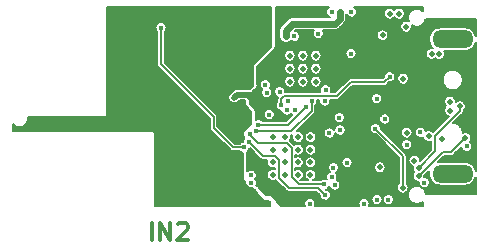
<source format=gbr>
G04 #@! TF.GenerationSoftware,KiCad,Pcbnew,(5.0.1)-4*
G04 #@! TF.CreationDate,2019-05-17T17:50:28+02:00*
G04 #@! TF.ProjectId,nk-LoRa,6E6B2D4C6F52612E6B696361645F7063,R1*
G04 #@! TF.SameCoordinates,PX5f5e100PY5f5e100*
G04 #@! TF.FileFunction,Copper,L3,Inr,Signal*
G04 #@! TF.FilePolarity,Positive*
%FSLAX46Y46*%
G04 Gerber Fmt 4.6, Leading zero omitted, Abs format (unit mm)*
G04 Created by KiCad (PCBNEW (5.0.1)-4) date 17.05.2019 17:50:28*
%MOMM*%
%LPD*%
G01*
G04 APERTURE LIST*
G04 #@! TA.AperFunction,NonConductor*
%ADD10C,0.300000*%
G04 #@! TD*
G04 #@! TA.AperFunction,ViaPad*
%ADD11O,3.500120X1.501140*%
G04 #@! TD*
G04 #@! TA.AperFunction,ViaPad*
%ADD12C,0.500000*%
G04 #@! TD*
G04 #@! TA.AperFunction,ViaPad*
%ADD13C,0.450000*%
G04 #@! TD*
G04 #@! TA.AperFunction,Conductor*
%ADD14C,0.500000*%
G04 #@! TD*
G04 #@! TA.AperFunction,Conductor*
%ADD15C,0.150000*%
G04 #@! TD*
G04 #@! TA.AperFunction,Conductor*
%ADD16C,0.600000*%
G04 #@! TD*
G04 #@! TA.AperFunction,Conductor*
%ADD17C,0.200000*%
G04 #@! TD*
G04 APERTURE END LIST*
D10*
X12150000Y-2538571D02*
X12150000Y-1038571D01*
X12864285Y-2538571D02*
X12864285Y-1038571D01*
X13721428Y-2538571D01*
X13721428Y-1038571D01*
X14364285Y-1181428D02*
X14435714Y-1110000D01*
X14578571Y-1038571D01*
X14935714Y-1038571D01*
X15078571Y-1110000D01*
X15150000Y-1181428D01*
X15221428Y-1324285D01*
X15221428Y-1467142D01*
X15150000Y-1681428D01*
X14292857Y-2538571D01*
X15221428Y-2538571D01*
D11*
G04 #@! TO.N,Net-(C18-Pad1)*
G04 #@! TO.C,X2*
X37638180Y3093840D03*
X37638180Y14493360D03*
G04 #@! TD*
D12*
G04 #@! TO.N,GND*
G04 #@! TO.C,U3*
X26050000Y10900000D03*
X26050000Y12000000D03*
X26050000Y13100000D03*
X24950000Y10900000D03*
X24950000Y12000000D03*
X24950000Y13100000D03*
X23850000Y10900000D03*
X23850000Y12000000D03*
X23850000Y13100000D03*
G04 #@! TD*
G04 #@! TO.N,GND*
G04 #@! TO.C,U2*
X22400000Y3000000D03*
X22400000Y4066667D03*
X22400000Y5133333D03*
X22400000Y6200000D03*
X23466667Y3000000D03*
X23466667Y4066667D03*
X23466667Y5133333D03*
X23466667Y6200000D03*
X24533333Y3000000D03*
X24533333Y4066667D03*
X24533333Y5133333D03*
X24533333Y6200000D03*
X25600000Y3000000D03*
X25600000Y4066667D03*
X25600000Y5133333D03*
X25600000Y6200000D03*
G04 #@! TD*
D13*
G04 #@! TO.N,GND*
X19450000Y16225000D03*
X19450000Y15425000D03*
X12575000Y1975000D03*
X14125000Y1775000D03*
X9500000Y10900000D03*
X8700000Y11700000D03*
X11000000Y9150000D03*
X10300000Y11700000D03*
X10300000Y8500000D03*
X11800000Y8500000D03*
X9500000Y10100000D03*
X11800000Y9150000D03*
X10300000Y10900000D03*
X10300000Y10100000D03*
X12200000Y11850000D03*
X9500000Y11700000D03*
X11000000Y8500000D03*
X8700000Y10900000D03*
X8700000Y8500000D03*
X10300000Y9300000D03*
X8700000Y10100000D03*
X8700000Y9300000D03*
X9500000Y8500000D03*
X9500000Y9300000D03*
X12200000Y12650000D03*
X10650000Y16225000D03*
X10650000Y17025000D03*
X10450000Y15550000D03*
X12200000Y13450000D03*
X9650000Y15550000D03*
X9650000Y14750000D03*
X10450000Y14750000D03*
X11450000Y16225000D03*
X11450000Y17025000D03*
X15550000Y10600000D03*
X12600000Y9150000D03*
X13400000Y9300000D03*
X15000000Y9300000D03*
X13975000Y10400000D03*
X13100000Y10400000D03*
X14200000Y9300000D03*
X14650000Y16225000D03*
X15450000Y17025000D03*
X16250000Y17025000D03*
X16250000Y16225000D03*
X15450000Y14675000D03*
X16250000Y14675000D03*
X14500000Y14700000D03*
X16250000Y15425000D03*
X15450000Y15425000D03*
X13850000Y16225000D03*
X14650000Y15425000D03*
X13850000Y15425000D03*
X13500000Y14700000D03*
X15450000Y16225000D03*
X14650000Y17025000D03*
X12250000Y17025000D03*
X13850000Y17025000D03*
X13050000Y17025000D03*
X12250000Y16225000D03*
X13050000Y16225000D03*
X20225000Y17025000D03*
X21775000Y17025000D03*
X17050000Y15425000D03*
X18650000Y16225000D03*
X18650000Y15425000D03*
X17050000Y14675000D03*
X19450000Y17025000D03*
X17050000Y17025000D03*
X17850000Y15425000D03*
X18650000Y17025000D03*
X17850000Y17025000D03*
X17050000Y16225000D03*
X17850000Y16225000D03*
X19600000Y10600000D03*
X20650000Y10600000D03*
X16600000Y7700000D03*
X18900000Y8000000D03*
X19700000Y8000000D03*
X18100000Y8000000D03*
X18550000Y10600000D03*
X16250000Y10600000D03*
X17650000Y10600000D03*
X16950000Y10600000D03*
X20500000Y8000000D03*
X15000000Y8500000D03*
X34900000Y6600000D03*
X18125000Y1650000D03*
X14100000Y14100000D03*
X14950000Y14100000D03*
X13425000Y13975000D03*
X15800000Y14100000D03*
X17500000Y14150000D03*
X16650000Y14100000D03*
X16250000Y11425000D03*
X15550000Y11425000D03*
X14850000Y11425000D03*
X16600000Y6100000D03*
X16600000Y3700000D03*
X16600000Y4500000D03*
X16600000Y5300000D03*
X16600000Y6900000D03*
X16600000Y2900000D03*
X17650000Y12700000D03*
X16950000Y12700000D03*
X16250000Y12700000D03*
X15550000Y12700000D03*
X20850000Y1650000D03*
X11000000Y6900000D03*
X9400000Y6900000D03*
X11800000Y6900000D03*
X10200000Y6900000D03*
X7800000Y6900000D03*
X6200000Y6900000D03*
X8600000Y6900000D03*
X7000000Y6900000D03*
X4600000Y6900000D03*
X3000000Y6900000D03*
X5400000Y6900000D03*
X3800000Y6900000D03*
X1400000Y6900000D03*
X2200000Y6900000D03*
X600000Y6900000D03*
X22100000Y600000D03*
X19975000Y1650000D03*
X19050000Y1650000D03*
X17250000Y1650000D03*
X7800000Y7700000D03*
X8600000Y7700000D03*
X7000000Y7700000D03*
X6200000Y7700000D03*
X5400000Y7700000D03*
X3000000Y7700000D03*
X4600000Y7700000D03*
X3800000Y7700000D03*
X11000000Y7700000D03*
X10200000Y7700000D03*
X9400000Y7700000D03*
X11800000Y7700000D03*
X2200000Y7700000D03*
X13400000Y2900000D03*
X13400000Y3700000D03*
X13400000Y4500000D03*
X13400000Y5300000D03*
X13400000Y6100000D03*
X13400000Y6900000D03*
X13400000Y7700000D03*
X13400000Y8500000D03*
X14200000Y8500000D03*
X14200000Y7700000D03*
X14200000Y6900000D03*
X14200000Y6100000D03*
X14200000Y5300000D03*
X14200000Y4500000D03*
X14200000Y3700000D03*
X14200000Y2900000D03*
X15000000Y2900000D03*
X15000000Y3700000D03*
X15000000Y4500000D03*
X15000000Y5300000D03*
X15800000Y5300000D03*
X15800000Y4500000D03*
X15800000Y3700000D03*
X15800000Y2900000D03*
X15800000Y6900000D03*
X15800000Y6100000D03*
X15000000Y6900000D03*
X15000000Y6100000D03*
X15000000Y7700000D03*
X12600000Y2900000D03*
X12600000Y6100000D03*
X12600000Y3700000D03*
X12600000Y6900000D03*
X12600000Y7700000D03*
X12600000Y8500000D03*
X12600000Y4500000D03*
X12600000Y5300000D03*
D12*
X31700000Y14825000D03*
X36700000Y6000000D03*
X33450000Y11150000D03*
X33700000Y15550000D03*
X33100000Y16650000D03*
X32300000Y16650000D03*
X31470000Y3640000D03*
D13*
X15775000Y1750000D03*
X15000000Y1750000D03*
X19850000Y7075000D03*
X27400000Y16800000D03*
X21950000Y16200000D03*
X14150000Y12700000D03*
X14850000Y12700000D03*
X17650000Y11425000D03*
X16950000Y11425000D03*
X19850000Y6100000D03*
X31200000Y9450000D03*
D12*
X35600000Y6300000D03*
D13*
X33750000Y5550000D03*
X35250000Y2350000D03*
X26250000Y14950000D03*
X29025000Y13275000D03*
X24225000Y14724990D03*
X26800000Y9250000D03*
X38830000Y5410000D03*
D12*
X33750000Y6575000D03*
D13*
X25550000Y550000D03*
X27411404Y2825008D03*
X30125000Y550000D03*
X32200000Y900000D03*
X15375000Y2275000D03*
X14550000Y2275000D03*
X15800000Y7700000D03*
X21775000Y10625002D03*
X13100000Y11200000D03*
X19800000Y9174990D03*
D12*
G04 #@! TO.N,+5V*
X35850000Y13250000D03*
X36500000Y13250000D03*
D13*
X31900000Y7725010D03*
G04 #@! TO.N,Net-(C4-Pad2)*
X20575000Y2325018D03*
G04 #@! TO.N,Net-(C5-Pad2)*
X20576063Y2975011D03*
G04 #@! TO.N,/EN*
X27651928Y2146459D03*
G04 #@! TO.N,+3V3*
X22600000Y1200000D03*
X19150000Y9550000D03*
X27650000Y14950000D03*
X28250000Y14950000D03*
D12*
X29550000Y5500000D03*
X31650000Y13450000D03*
X31650000Y14100000D03*
D13*
X30719976Y6409324D03*
X31050000Y11650000D03*
X21200000Y7900000D03*
X25925000Y7825010D03*
X31250000Y16850000D03*
X27950000Y3100000D03*
X30050000Y10300000D03*
D12*
X27749988Y4600000D03*
D13*
X23300000Y1200000D03*
X20570101Y3604895D03*
X33200000Y10350000D03*
X26749992Y7700000D03*
X20655817Y9246536D03*
X26700000Y550000D03*
X21225000Y2150000D03*
X20538451Y4874999D03*
G04 #@! TO.N,/RTS*
X31100000Y6900000D03*
D12*
X33407661Y1913856D03*
G04 #@! TO.N,/DTR*
X34400000Y4200000D03*
G04 #@! TO.N,/TXD*
X38250000Y8800000D03*
X34750000Y3600000D03*
D13*
G04 #@! TO.N,/RXD0*
X20450000Y6425000D03*
X26754941Y2208647D03*
D12*
G04 #@! TO.N,/RXD*
X34750000Y2900000D03*
X38709997Y6119997D03*
D13*
G04 #@! TO.N,/TXD0*
X20400002Y5800000D03*
X26842919Y1292583D03*
G04 #@! TO.N,Net-(R12-Pad1)*
X31225008Y900000D03*
G04 #@! TO.N,/SD_DETECT*
X32300000Y11300000D03*
X23125000Y8900000D03*
D12*
G04 #@! TO.N,/HD+*
X37400000Y8450000D03*
G04 #@! TO.N,/HD-*
X37400000Y9200000D03*
D13*
G04 #@! TO.N,/RF_RESET*
X25200000Y8750000D03*
X21199888Y7250000D03*
G04 #@! TO.N,/SD_DAT0*
X28049974Y7850012D03*
G04 #@! TO.N,/SD_CLK*
X27550000Y3600000D03*
X28101218Y6799989D03*
G04 #@! TO.N,/SD_CMD*
X29050000Y16800000D03*
G04 #@! TO.N,/RF_CS*
X22999980Y10050000D03*
G04 #@! TO.N,/RF_SCK*
X23700000Y9250000D03*
G04 #@! TO.N,/RF_MISO*
X24249988Y8500000D03*
G04 #@! TO.N,/RF_MOSI*
X23600000Y8500008D03*
G04 #@! TO.N,Net-(C22-Pad1)*
X23500000Y14725000D03*
X28075000Y16800000D03*
G04 #@! TO.N,/DIO2*
X21900000Y9950000D03*
X26881816Y10200000D03*
G04 #@! TO.N,/ANT_SW*
X12950000Y15450000D03*
X19975000Y5325004D03*
G04 #@! TO.N,/DIO1*
X22100169Y8100167D03*
G04 #@! TO.N,/RF_BUSY*
X25700000Y9250000D03*
X21002764Y6683303D03*
G04 #@! TO.N,/GPIO_0*
X27200000Y6550024D03*
G04 #@! TO.N,Net-(R11-Pad1)*
X28700000Y4049998D03*
G04 #@! TD*
D14*
G04 #@! TO.N,+3V3*
X20325000Y9800000D02*
X20575000Y9550000D01*
X19400000Y9800000D02*
X19150000Y9550000D01*
X20650000Y9800000D02*
X19400000Y9800000D01*
X20655817Y9246536D02*
X20655817Y9794183D01*
X20655817Y9794183D02*
X20650000Y9800000D01*
D15*
G04 #@! TO.N,/RTS*
X31100000Y6900000D02*
X33407661Y4592339D01*
X33407661Y4592339D02*
X33407661Y2267409D01*
X33407661Y2267409D02*
X33407661Y1913856D01*
G04 #@! TO.N,/TXD*
X38250000Y8400000D02*
X38250000Y8800000D01*
X36150000Y6300000D02*
X38250000Y8400000D01*
X36150000Y5000000D02*
X36150000Y6300000D01*
X34750000Y3600000D02*
X36150000Y5000000D01*
G04 #@! TO.N,/RXD0*
X23625000Y5675000D02*
X24000000Y5300000D01*
X24621684Y2208647D02*
X26436743Y2208647D01*
X26436743Y2208647D02*
X26754941Y2208647D01*
X24000000Y2830331D02*
X24621684Y2208647D01*
X24000000Y5300000D02*
X24000000Y2830331D01*
X21196614Y5675000D02*
X23625000Y5675000D01*
X20476511Y6395103D02*
X21196614Y5675000D01*
G04 #@! TO.N,/RXD*
X37540000Y4950000D02*
X38459998Y5869998D01*
X38459998Y5869998D02*
X38709997Y6119997D01*
X36800000Y4950000D02*
X37540000Y4950000D01*
X34750000Y2900000D02*
X36800000Y4950000D01*
G04 #@! TO.N,/TXD0*
X26235502Y1900000D02*
X26842919Y1292583D01*
X21600002Y4600000D02*
X22575000Y4600000D01*
X20400002Y5800000D02*
X21600002Y4600000D01*
X22575000Y4600000D02*
X22925000Y4250000D01*
X22925000Y4250000D02*
X22925000Y2766666D01*
X22925000Y2766666D02*
X23791666Y1900000D01*
X23791666Y1900000D02*
X26235502Y1900000D01*
G04 #@! TO.N,/SD_DETECT*
X23125000Y8900000D02*
X23125000Y9425000D01*
X23125000Y9425000D02*
X23400000Y9700000D01*
X32300000Y11300000D02*
X31850000Y10850000D01*
X29000000Y10850000D02*
X27850000Y9700000D01*
X31850000Y10850000D02*
X29000000Y10850000D01*
X23400000Y9700000D02*
X27850000Y9700000D01*
G04 #@! TO.N,/RF_RESET*
X25200000Y8750000D02*
X23700000Y7250000D01*
X21518086Y7250000D02*
X21199888Y7250000D01*
X23700000Y7250000D02*
X21518086Y7250000D01*
D16*
G04 #@! TO.N,Net-(C22-Pad1)*
X28075000Y16225000D02*
X28075000Y16800000D01*
X27650000Y15800000D02*
X28075000Y16225000D01*
X24075000Y15800000D02*
X27650000Y15800000D01*
X23500000Y14725000D02*
X23500000Y15225000D01*
X23500000Y15225000D02*
X24075000Y15800000D01*
D15*
G04 #@! TO.N,/ANT_SW*
X12950000Y12350004D02*
X12950000Y15450000D01*
X17400000Y7900004D02*
X12950000Y12350004D01*
X17400000Y7000000D02*
X17400000Y7900004D01*
X19975000Y5325004D02*
X19074996Y5325004D01*
X19074996Y5325004D02*
X17400000Y7000000D01*
G04 #@! TO.N,/RF_BUSY*
X23983303Y6683303D02*
X21002764Y6683303D01*
X25700000Y9250000D02*
X25700000Y8400000D01*
X25700000Y8400000D02*
X23983303Y6683303D01*
G04 #@! TD*
D17*
G04 #@! TO.N,+3V3*
G36*
X27097205Y17168956D02*
X27031044Y17102795D01*
X26979061Y17024997D01*
X26943254Y16938552D01*
X26925000Y16846783D01*
X26925000Y16753217D01*
X26943254Y16661448D01*
X26979061Y16575003D01*
X27031044Y16497205D01*
X27097205Y16431044D01*
X27175003Y16379061D01*
X27245162Y16350000D01*
X24102011Y16350000D01*
X24075000Y16352660D01*
X24047989Y16350000D01*
X24047982Y16350000D01*
X23967181Y16342042D01*
X23863505Y16310592D01*
X23767958Y16259521D01*
X23725895Y16225000D01*
X23684210Y16190790D01*
X23666987Y16169804D01*
X23130191Y15633008D01*
X23109211Y15615790D01*
X23091993Y15594810D01*
X23091987Y15594804D01*
X23040479Y15532042D01*
X23019589Y15492958D01*
X22989409Y15436494D01*
X22957958Y15332819D01*
X22950000Y15252018D01*
X22950000Y15252008D01*
X22947340Y15225000D01*
X22950000Y15197992D01*
X22950000Y14697983D01*
X22957958Y14617182D01*
X22989408Y14513507D01*
X23040479Y14417958D01*
X23109210Y14334210D01*
X23192958Y14265479D01*
X23288506Y14214408D01*
X23392181Y14182958D01*
X23500000Y14172339D01*
X23607818Y14182958D01*
X23711493Y14214408D01*
X23807042Y14265479D01*
X23890790Y14334210D01*
X23914788Y14363451D01*
X23922205Y14356034D01*
X24000003Y14304051D01*
X24086448Y14268244D01*
X24178217Y14249990D01*
X24271783Y14249990D01*
X24363552Y14268244D01*
X24449997Y14304051D01*
X24527795Y14356034D01*
X24593956Y14422195D01*
X24645939Y14499993D01*
X24681746Y14586438D01*
X24700000Y14678207D01*
X24700000Y14771773D01*
X24681746Y14863542D01*
X24645939Y14949987D01*
X24593956Y15027785D01*
X24527795Y15093946D01*
X24449997Y15145929D01*
X24363552Y15181736D01*
X24271783Y15199990D01*
X24252807Y15199990D01*
X24302817Y15250000D01*
X25879176Y15250000D01*
X25829061Y15174997D01*
X25793254Y15088552D01*
X25775000Y14996783D01*
X25775000Y14903217D01*
X25793254Y14811448D01*
X25829061Y14725003D01*
X25881044Y14647205D01*
X25947205Y14581044D01*
X26025003Y14529061D01*
X26111448Y14493254D01*
X26203217Y14475000D01*
X26296783Y14475000D01*
X26388552Y14493254D01*
X26474997Y14529061D01*
X26552795Y14581044D01*
X26618956Y14647205D01*
X26670939Y14725003D01*
X26706746Y14811448D01*
X26719237Y14874246D01*
X31200000Y14874246D01*
X31200000Y14775754D01*
X31219215Y14679155D01*
X31256906Y14588161D01*
X31311625Y14506269D01*
X31381269Y14436625D01*
X31463161Y14381906D01*
X31554155Y14344215D01*
X31650754Y14325000D01*
X31749246Y14325000D01*
X31845845Y14344215D01*
X31936839Y14381906D01*
X32018731Y14436625D01*
X32088375Y14506269D01*
X32143094Y14588161D01*
X32180785Y14679155D01*
X32200000Y14775754D01*
X32200000Y14874246D01*
X32180785Y14970845D01*
X32143094Y15061839D01*
X32088375Y15143731D01*
X32018731Y15213375D01*
X31936839Y15268094D01*
X31845845Y15305785D01*
X31749246Y15325000D01*
X31650754Y15325000D01*
X31554155Y15305785D01*
X31463161Y15268094D01*
X31381269Y15213375D01*
X31311625Y15143731D01*
X31256906Y15061839D01*
X31219215Y14970845D01*
X31200000Y14874246D01*
X26719237Y14874246D01*
X26725000Y14903217D01*
X26725000Y14996783D01*
X26706746Y15088552D01*
X26670939Y15174997D01*
X26620824Y15250000D01*
X27622992Y15250000D01*
X27650000Y15247340D01*
X27677008Y15250000D01*
X27677018Y15250000D01*
X27757819Y15257958D01*
X27861494Y15289408D01*
X27957042Y15340479D01*
X28040790Y15409210D01*
X28058013Y15430196D01*
X28444804Y15816987D01*
X28465790Y15834210D01*
X28534521Y15917958D01*
X28584517Y16011494D01*
X28585592Y16013505D01*
X28617042Y16117181D01*
X28620591Y16153217D01*
X28625000Y16197982D01*
X28625000Y16197989D01*
X28627660Y16225000D01*
X28625000Y16252011D01*
X28625000Y16584807D01*
X28629061Y16575003D01*
X28681044Y16497205D01*
X28747205Y16431044D01*
X28825003Y16379061D01*
X28911448Y16343254D01*
X29003217Y16325000D01*
X29096783Y16325000D01*
X29188552Y16343254D01*
X29274997Y16379061D01*
X29352795Y16431044D01*
X29418956Y16497205D01*
X29470939Y16575003D01*
X29506746Y16661448D01*
X29514264Y16699246D01*
X31800000Y16699246D01*
X31800000Y16600754D01*
X31819215Y16504155D01*
X31856906Y16413161D01*
X31911625Y16331269D01*
X31981269Y16261625D01*
X32063161Y16206906D01*
X32154155Y16169215D01*
X32250754Y16150000D01*
X32349246Y16150000D01*
X32445845Y16169215D01*
X32536839Y16206906D01*
X32618731Y16261625D01*
X32688375Y16331269D01*
X32700000Y16348667D01*
X32711625Y16331269D01*
X32781269Y16261625D01*
X32863161Y16206906D01*
X32954155Y16169215D01*
X33050754Y16150000D01*
X33149246Y16150000D01*
X33245845Y16169215D01*
X33336839Y16206906D01*
X33418731Y16261625D01*
X33488375Y16331269D01*
X33543094Y16413161D01*
X33580785Y16504155D01*
X33600000Y16600754D01*
X33600000Y16699246D01*
X33580785Y16795845D01*
X33543094Y16886839D01*
X33488375Y16968731D01*
X33418731Y17038375D01*
X33336839Y17093094D01*
X33245845Y17130785D01*
X33149246Y17150000D01*
X33050754Y17150000D01*
X32954155Y17130785D01*
X32863161Y17093094D01*
X32781269Y17038375D01*
X32711625Y16968731D01*
X32700000Y16951333D01*
X32688375Y16968731D01*
X32618731Y17038375D01*
X32536839Y17093094D01*
X32445845Y17130785D01*
X32349246Y17150000D01*
X32250754Y17150000D01*
X32154155Y17130785D01*
X32063161Y17093094D01*
X31981269Y17038375D01*
X31911625Y16968731D01*
X31856906Y16886839D01*
X31819215Y16795845D01*
X31800000Y16699246D01*
X29514264Y16699246D01*
X29525000Y16753217D01*
X29525000Y16846783D01*
X29506746Y16938552D01*
X29470939Y17024997D01*
X29418956Y17102795D01*
X29352795Y17168956D01*
X29306334Y17200000D01*
X35100001Y17200000D01*
X35100000Y16860660D01*
X35078097Y16882563D01*
X34955258Y16964641D01*
X34818767Y17021178D01*
X34673869Y17050000D01*
X34526131Y17050000D01*
X34381233Y17021178D01*
X34244742Y16964641D01*
X34121903Y16882563D01*
X34017437Y16778097D01*
X33935359Y16655258D01*
X33878822Y16518767D01*
X33850000Y16373869D01*
X33850000Y16226131D01*
X33878822Y16081233D01*
X33910876Y16003848D01*
X33845845Y16030785D01*
X33749246Y16050000D01*
X33650754Y16050000D01*
X33554155Y16030785D01*
X33463161Y15993094D01*
X33381269Y15938375D01*
X33311625Y15868731D01*
X33256906Y15786839D01*
X33219215Y15695845D01*
X33200000Y15599246D01*
X33200000Y15500754D01*
X33219215Y15404155D01*
X33256906Y15313161D01*
X33311625Y15231269D01*
X33381269Y15161625D01*
X33463161Y15106906D01*
X33554155Y15069215D01*
X33650754Y15050000D01*
X33749246Y15050000D01*
X33845845Y15069215D01*
X33936839Y15106906D01*
X34018731Y15161625D01*
X34088375Y15231269D01*
X34143094Y15313161D01*
X34180785Y15404155D01*
X34200000Y15500754D01*
X34200000Y15599246D01*
X34184857Y15675372D01*
X34244742Y15635359D01*
X34381233Y15578822D01*
X34526131Y15550000D01*
X34673869Y15550000D01*
X34818767Y15578822D01*
X34955258Y15635359D01*
X35078097Y15717437D01*
X35182563Y15821903D01*
X35264641Y15944742D01*
X35321178Y16081233D01*
X35350000Y16226131D01*
X35350000Y16227503D01*
X35421586Y16205788D01*
X35500000Y16198065D01*
X35519646Y16200000D01*
X39600001Y16200000D01*
X39600001Y14767837D01*
X39566549Y14878114D01*
X39473639Y15051936D01*
X39348603Y15204293D01*
X39196246Y15329329D01*
X39022424Y15422239D01*
X38833816Y15479452D01*
X38686821Y15493930D01*
X36589539Y15493930D01*
X36442544Y15479452D01*
X36253936Y15422239D01*
X36080114Y15329329D01*
X35927757Y15204293D01*
X35802721Y15051936D01*
X35709811Y14878114D01*
X35652598Y14689506D01*
X35633279Y14493360D01*
X35652598Y14297214D01*
X35709811Y14108606D01*
X35802721Y13934784D01*
X35927757Y13782427D01*
X35989032Y13732140D01*
X35899246Y13750000D01*
X35800754Y13750000D01*
X35704155Y13730785D01*
X35613161Y13693094D01*
X35531269Y13638375D01*
X35461625Y13568731D01*
X35406906Y13486839D01*
X35369215Y13395845D01*
X35350000Y13299246D01*
X35350000Y13200754D01*
X35369215Y13104155D01*
X35406906Y13013161D01*
X35461625Y12931269D01*
X35531269Y12861625D01*
X35613161Y12806906D01*
X35704155Y12769215D01*
X35800754Y12750000D01*
X35899246Y12750000D01*
X35995845Y12769215D01*
X36086839Y12806906D01*
X36168731Y12861625D01*
X36175000Y12867894D01*
X36181269Y12861625D01*
X36263161Y12806906D01*
X36354155Y12769215D01*
X36450754Y12750000D01*
X36549246Y12750000D01*
X36645845Y12769215D01*
X36736839Y12806906D01*
X36818731Y12861625D01*
X36888375Y12931269D01*
X36943094Y13013161D01*
X36980785Y13104155D01*
X37000000Y13200754D01*
X37000000Y13299246D01*
X36980785Y13395845D01*
X36943094Y13486839D01*
X36939118Y13492790D01*
X38686821Y13492790D01*
X38833816Y13507268D01*
X39022424Y13564481D01*
X39196246Y13657391D01*
X39348603Y13782427D01*
X39473639Y13934784D01*
X39566549Y14108606D01*
X39600001Y14218883D01*
X39600000Y3368319D01*
X39566549Y3478594D01*
X39473639Y3652416D01*
X39348603Y3804773D01*
X39196246Y3929809D01*
X39022424Y4022719D01*
X38833816Y4079932D01*
X38686821Y4094410D01*
X36589539Y4094410D01*
X36442544Y4079932D01*
X36366476Y4056857D01*
X36934619Y4625000D01*
X37524047Y4625000D01*
X37540000Y4623429D01*
X37555953Y4625000D01*
X37555961Y4625000D01*
X37603711Y4629703D01*
X37664974Y4648287D01*
X37721434Y4678465D01*
X37770921Y4719079D01*
X37781101Y4731483D01*
X38364596Y5314976D01*
X38373254Y5271448D01*
X38409061Y5185003D01*
X38461044Y5107205D01*
X38527205Y5041044D01*
X38605003Y4989061D01*
X38691448Y4953254D01*
X38783217Y4935000D01*
X38876783Y4935000D01*
X38968552Y4953254D01*
X39054997Y4989061D01*
X39132795Y5041044D01*
X39198956Y5107205D01*
X39250939Y5185003D01*
X39286746Y5271448D01*
X39305000Y5363217D01*
X39305000Y5456783D01*
X39286746Y5548552D01*
X39250939Y5634997D01*
X39198956Y5712795D01*
X39132795Y5778956D01*
X39098691Y5801744D01*
X39153091Y5883158D01*
X39190782Y5974152D01*
X39209997Y6070751D01*
X39209997Y6169243D01*
X39190782Y6265842D01*
X39153091Y6356836D01*
X39098372Y6438728D01*
X39028728Y6508372D01*
X38946836Y6563091D01*
X38855842Y6600782D01*
X38759243Y6619997D01*
X38660751Y6619997D01*
X38564152Y6600782D01*
X38488090Y6569276D01*
X38488090Y6626869D01*
X38455428Y6791070D01*
X38391360Y6945743D01*
X38298348Y7084946D01*
X38179966Y7203328D01*
X38040763Y7296340D01*
X37886090Y7360408D01*
X37721889Y7393070D01*
X37702689Y7393070D01*
X38468524Y8158905D01*
X38480921Y8169079D01*
X38521535Y8218566D01*
X38551713Y8275026D01*
X38566922Y8325164D01*
X38570297Y8336288D01*
X38570895Y8342362D01*
X38575000Y8384039D01*
X38575000Y8384046D01*
X38576571Y8399999D01*
X38575000Y8415952D01*
X38575000Y8417894D01*
X38638375Y8481269D01*
X38693094Y8563161D01*
X38730785Y8654155D01*
X38750000Y8750754D01*
X38750000Y8849246D01*
X38730785Y8945845D01*
X38693094Y9036839D01*
X38638375Y9118731D01*
X38568731Y9188375D01*
X38486839Y9243094D01*
X38395845Y9280785D01*
X38299246Y9300000D01*
X38200754Y9300000D01*
X38104155Y9280785D01*
X38013161Y9243094D01*
X37931269Y9188375D01*
X37900000Y9157106D01*
X37900000Y9249246D01*
X37880785Y9345845D01*
X37843094Y9436839D01*
X37788375Y9518731D01*
X37718731Y9588375D01*
X37636839Y9643094D01*
X37545845Y9680785D01*
X37449246Y9700000D01*
X37350754Y9700000D01*
X37254155Y9680785D01*
X37163161Y9643094D01*
X37081269Y9588375D01*
X37011625Y9518731D01*
X36956906Y9436839D01*
X36919215Y9345845D01*
X36900000Y9249246D01*
X36900000Y9150754D01*
X36919215Y9054155D01*
X36956906Y8963161D01*
X37011625Y8881269D01*
X37067894Y8825000D01*
X37011625Y8768731D01*
X36956906Y8686839D01*
X36919215Y8595845D01*
X36900000Y8499246D01*
X36900000Y8400754D01*
X36919215Y8304155D01*
X36956906Y8213161D01*
X37011625Y8131269D01*
X37081269Y8061625D01*
X37163161Y8006906D01*
X37254155Y7969215D01*
X37342102Y7951721D01*
X35996682Y6606300D01*
X35988375Y6618731D01*
X35918731Y6688375D01*
X35836839Y6743094D01*
X35745845Y6780785D01*
X35649246Y6800000D01*
X35550754Y6800000D01*
X35454155Y6780785D01*
X35363161Y6743094D01*
X35356663Y6738752D01*
X35320939Y6824997D01*
X35268956Y6902795D01*
X35202795Y6968956D01*
X35124997Y7020939D01*
X35038552Y7056746D01*
X34946783Y7075000D01*
X34853217Y7075000D01*
X34761448Y7056746D01*
X34675003Y7020939D01*
X34597205Y6968956D01*
X34531044Y6902795D01*
X34479061Y6824997D01*
X34443254Y6738552D01*
X34425000Y6646783D01*
X34425000Y6553217D01*
X34443254Y6461448D01*
X34479061Y6375003D01*
X34531044Y6297205D01*
X34597205Y6231044D01*
X34675003Y6179061D01*
X34761448Y6143254D01*
X34853217Y6125000D01*
X34946783Y6125000D01*
X35038552Y6143254D01*
X35115078Y6174952D01*
X35119215Y6154155D01*
X35156906Y6063161D01*
X35211625Y5981269D01*
X35281269Y5911625D01*
X35363161Y5856906D01*
X35454155Y5819215D01*
X35550754Y5800000D01*
X35649246Y5800000D01*
X35745845Y5819215D01*
X35825001Y5852002D01*
X35825000Y5134619D01*
X34900000Y4209618D01*
X34900000Y4249246D01*
X34880785Y4345845D01*
X34843094Y4436839D01*
X34788375Y4518731D01*
X34718731Y4588375D01*
X34636839Y4643094D01*
X34545845Y4680785D01*
X34449246Y4700000D01*
X34350754Y4700000D01*
X34254155Y4680785D01*
X34163161Y4643094D01*
X34081269Y4588375D01*
X34011625Y4518731D01*
X33956906Y4436839D01*
X33919215Y4345845D01*
X33900000Y4249246D01*
X33900000Y4150754D01*
X33919215Y4054155D01*
X33956906Y3963161D01*
X34011625Y3881269D01*
X34081269Y3811625D01*
X34163161Y3756906D01*
X34254155Y3719215D01*
X34263546Y3717347D01*
X34250000Y3649246D01*
X34250000Y3550754D01*
X34269215Y3454155D01*
X34306906Y3363161D01*
X34361625Y3281269D01*
X34392894Y3250000D01*
X34361625Y3218731D01*
X34306906Y3136839D01*
X34269215Y3045845D01*
X34250000Y2949246D01*
X34250000Y2850754D01*
X34269215Y2754155D01*
X34306906Y2663161D01*
X34361625Y2581269D01*
X34431269Y2511625D01*
X34513161Y2456906D01*
X34604155Y2419215D01*
X34700754Y2400000D01*
X34775640Y2400000D01*
X34775000Y2396783D01*
X34775000Y2303217D01*
X34793254Y2211448D01*
X34829061Y2125003D01*
X34881044Y2047205D01*
X34947205Y1981044D01*
X35025003Y1929061D01*
X35111448Y1893254D01*
X35203217Y1875000D01*
X35296783Y1875000D01*
X35388552Y1893254D01*
X35474997Y1929061D01*
X35552795Y1981044D01*
X35618956Y2047205D01*
X35670939Y2125003D01*
X35706746Y2211448D01*
X35725000Y2303217D01*
X35725000Y2396783D01*
X35706746Y2488552D01*
X35670939Y2574997D01*
X35618956Y2652795D01*
X35552795Y2718956D01*
X35474997Y2770939D01*
X35388552Y2806746D01*
X35296783Y2825000D01*
X35244877Y2825000D01*
X35250000Y2850754D01*
X35250000Y2940382D01*
X35675673Y3366055D01*
X35652598Y3289986D01*
X35633279Y3093840D01*
X35652598Y2897694D01*
X35709811Y2709086D01*
X35802721Y2535264D01*
X35927757Y2382907D01*
X36080114Y2257871D01*
X36253936Y2164961D01*
X36442544Y2107748D01*
X36589539Y2093270D01*
X38686821Y2093270D01*
X38833816Y2107748D01*
X39022424Y2164961D01*
X39196246Y2257871D01*
X39348603Y2382907D01*
X39473639Y2535264D01*
X39566549Y2709086D01*
X39600000Y2819361D01*
X39600000Y1400000D01*
X35519647Y1400000D01*
X35500000Y1401935D01*
X35480354Y1400000D01*
X35480353Y1400000D01*
X35421586Y1394212D01*
X35350000Y1372497D01*
X35350000Y1373869D01*
X35321178Y1518767D01*
X35264641Y1655258D01*
X35182563Y1778097D01*
X35078097Y1882563D01*
X34955258Y1964641D01*
X34818767Y2021178D01*
X34673869Y2050000D01*
X34526131Y2050000D01*
X34381233Y2021178D01*
X34244742Y1964641D01*
X34121903Y1882563D01*
X34017437Y1778097D01*
X33935359Y1655258D01*
X33878822Y1518767D01*
X33850000Y1373869D01*
X33850000Y1226131D01*
X33878822Y1081233D01*
X33935359Y944742D01*
X34017437Y821903D01*
X34121903Y717437D01*
X34244742Y635359D01*
X34381233Y578822D01*
X34526131Y550000D01*
X34673869Y550000D01*
X34818767Y578822D01*
X34955258Y635359D01*
X35078097Y717437D01*
X35100001Y739341D01*
X35100000Y400000D01*
X30577004Y400000D01*
X30581746Y411448D01*
X30600000Y503217D01*
X30600000Y596783D01*
X30581746Y688552D01*
X30545939Y774997D01*
X30493956Y852795D01*
X30427795Y918956D01*
X30386149Y946783D01*
X30750008Y946783D01*
X30750008Y853217D01*
X30768262Y761448D01*
X30804069Y675003D01*
X30856052Y597205D01*
X30922213Y531044D01*
X31000011Y479061D01*
X31086456Y443254D01*
X31178225Y425000D01*
X31271791Y425000D01*
X31363560Y443254D01*
X31450005Y479061D01*
X31527803Y531044D01*
X31593964Y597205D01*
X31645947Y675003D01*
X31681754Y761448D01*
X31700008Y853217D01*
X31700008Y946783D01*
X31725000Y946783D01*
X31725000Y853217D01*
X31743254Y761448D01*
X31779061Y675003D01*
X31831044Y597205D01*
X31897205Y531044D01*
X31975003Y479061D01*
X32061448Y443254D01*
X32153217Y425000D01*
X32246783Y425000D01*
X32338552Y443254D01*
X32424997Y479061D01*
X32502795Y531044D01*
X32568956Y597205D01*
X32620939Y675003D01*
X32656746Y761448D01*
X32675000Y853217D01*
X32675000Y946783D01*
X32656746Y1038552D01*
X32620939Y1124997D01*
X32568956Y1202795D01*
X32502795Y1268956D01*
X32424997Y1320939D01*
X32338552Y1356746D01*
X32246783Y1375000D01*
X32153217Y1375000D01*
X32061448Y1356746D01*
X31975003Y1320939D01*
X31897205Y1268956D01*
X31831044Y1202795D01*
X31779061Y1124997D01*
X31743254Y1038552D01*
X31725000Y946783D01*
X31700008Y946783D01*
X31681754Y1038552D01*
X31645947Y1124997D01*
X31593964Y1202795D01*
X31527803Y1268956D01*
X31450005Y1320939D01*
X31363560Y1356746D01*
X31271791Y1375000D01*
X31178225Y1375000D01*
X31086456Y1356746D01*
X31000011Y1320939D01*
X30922213Y1268956D01*
X30856052Y1202795D01*
X30804069Y1124997D01*
X30768262Y1038552D01*
X30750008Y946783D01*
X30386149Y946783D01*
X30349997Y970939D01*
X30263552Y1006746D01*
X30171783Y1025000D01*
X30078217Y1025000D01*
X29986448Y1006746D01*
X29900003Y970939D01*
X29822205Y918956D01*
X29756044Y852795D01*
X29704061Y774997D01*
X29668254Y688552D01*
X29650000Y596783D01*
X29650000Y503217D01*
X29668254Y411448D01*
X29672996Y400000D01*
X26002004Y400000D01*
X26006746Y411448D01*
X26025000Y503217D01*
X26025000Y596783D01*
X26006746Y688552D01*
X25970939Y774997D01*
X25918956Y852795D01*
X25852795Y918956D01*
X25774997Y970939D01*
X25688552Y1006746D01*
X25596783Y1025000D01*
X25503217Y1025000D01*
X25411448Y1006746D01*
X25325003Y970939D01*
X25247205Y918956D01*
X25181044Y852795D01*
X25129061Y774997D01*
X25093254Y688552D01*
X25075000Y596783D01*
X25075000Y503217D01*
X25093254Y411448D01*
X25097996Y400000D01*
X23141422Y400000D01*
X22270711Y1270711D01*
X22255557Y1283147D01*
X22238268Y1292388D01*
X22219509Y1298079D01*
X22200000Y1300000D01*
X21841422Y1300000D01*
X21274131Y1867291D01*
X21270939Y1874997D01*
X21218956Y1952795D01*
X21152795Y2018956D01*
X21074997Y2070939D01*
X21067291Y2074131D01*
X21009255Y2132167D01*
X21031746Y2186466D01*
X21050000Y2278235D01*
X21050000Y2371801D01*
X21031746Y2463570D01*
X20995939Y2550015D01*
X20943956Y2627813D01*
X20922286Y2649483D01*
X20945019Y2672216D01*
X20997002Y2750014D01*
X21032809Y2836459D01*
X21051063Y2928228D01*
X21051063Y3021794D01*
X21032809Y3113563D01*
X20997002Y3200008D01*
X20945019Y3277806D01*
X20878858Y3343967D01*
X20801060Y3395950D01*
X20714615Y3431757D01*
X20622846Y3450011D01*
X20529280Y3450011D01*
X20437511Y3431757D01*
X20351066Y3395950D01*
X20273268Y3343967D01*
X20250000Y3320699D01*
X20250000Y4937476D01*
X20277795Y4956048D01*
X20343956Y5022209D01*
X20395939Y5100007D01*
X20431746Y5186452D01*
X20450000Y5278221D01*
X20450000Y5290384D01*
X21358906Y4381477D01*
X21369081Y4369079D01*
X21418568Y4328465D01*
X21465264Y4303506D01*
X21475028Y4298287D01*
X21536290Y4279703D01*
X21542364Y4279105D01*
X21584041Y4275000D01*
X21584048Y4275000D01*
X21600001Y4273429D01*
X21615954Y4275000D01*
X21945098Y4275000D01*
X21919215Y4212512D01*
X21900000Y4115913D01*
X21900000Y4017421D01*
X21919215Y3920822D01*
X21956906Y3829828D01*
X22011625Y3747936D01*
X22081269Y3678292D01*
X22163161Y3623573D01*
X22254155Y3585882D01*
X22350754Y3566667D01*
X22449246Y3566667D01*
X22545845Y3585882D01*
X22600000Y3608314D01*
X22600001Y3458353D01*
X22545845Y3480785D01*
X22449246Y3500000D01*
X22350754Y3500000D01*
X22254155Y3480785D01*
X22163161Y3443094D01*
X22081269Y3388375D01*
X22011625Y3318731D01*
X21956906Y3236839D01*
X21919215Y3145845D01*
X21900000Y3049246D01*
X21900000Y2950754D01*
X21919215Y2854155D01*
X21956906Y2763161D01*
X22011625Y2681269D01*
X22081269Y2611625D01*
X22163161Y2556906D01*
X22254155Y2519215D01*
X22350754Y2500000D01*
X22449246Y2500000D01*
X22545845Y2519215D01*
X22636839Y2556906D01*
X22662591Y2574113D01*
X22694080Y2535745D01*
X22706478Y2525570D01*
X23550570Y1681477D01*
X23560745Y1669079D01*
X23610232Y1628465D01*
X23666692Y1598287D01*
X23727955Y1579703D01*
X23775705Y1575000D01*
X23775713Y1575000D01*
X23791666Y1573429D01*
X23807619Y1575000D01*
X26100884Y1575000D01*
X26367919Y1307964D01*
X26367919Y1245800D01*
X26386173Y1154031D01*
X26421980Y1067586D01*
X26473963Y989788D01*
X26540124Y923627D01*
X26617922Y871644D01*
X26704367Y835837D01*
X26796136Y817583D01*
X26889702Y817583D01*
X26981471Y835837D01*
X27067916Y871644D01*
X27145714Y923627D01*
X27211875Y989788D01*
X27263858Y1067586D01*
X27299665Y1154031D01*
X27317919Y1245800D01*
X27317919Y1339366D01*
X27299665Y1431135D01*
X27263858Y1517580D01*
X27211875Y1595378D01*
X27145714Y1661539D01*
X27067916Y1713522D01*
X26981471Y1749329D01*
X26917840Y1761986D01*
X26979938Y1787708D01*
X27057736Y1839691D01*
X27123897Y1905852D01*
X27175880Y1983650D01*
X27192180Y2023001D01*
X27195182Y2007907D01*
X27230989Y1921462D01*
X27282972Y1843664D01*
X27349133Y1777503D01*
X27426931Y1725520D01*
X27513376Y1689713D01*
X27605145Y1671459D01*
X27698711Y1671459D01*
X27790480Y1689713D01*
X27876925Y1725520D01*
X27954723Y1777503D01*
X28020884Y1843664D01*
X28072867Y1921462D01*
X28108674Y2007907D01*
X28126928Y2099676D01*
X28126928Y2193242D01*
X28108674Y2285011D01*
X28072867Y2371456D01*
X28020884Y2449254D01*
X27954723Y2515415D01*
X27876925Y2567398D01*
X27824940Y2588931D01*
X27832343Y2600011D01*
X27868150Y2686456D01*
X27886404Y2778225D01*
X27886404Y2871791D01*
X27868150Y2963560D01*
X27832343Y3050005D01*
X27780360Y3127803D01*
X27742544Y3165619D01*
X27774997Y3179061D01*
X27852795Y3231044D01*
X27918956Y3297205D01*
X27970939Y3375003D01*
X28006746Y3461448D01*
X28025000Y3553217D01*
X28025000Y3646783D01*
X28006746Y3738552D01*
X27970939Y3824997D01*
X27918956Y3902795D01*
X27852795Y3968956D01*
X27774997Y4020939D01*
X27688552Y4056746D01*
X27596783Y4075000D01*
X27503217Y4075000D01*
X27411448Y4056746D01*
X27325003Y4020939D01*
X27247205Y3968956D01*
X27181044Y3902795D01*
X27129061Y3824997D01*
X27093254Y3738552D01*
X27075000Y3646783D01*
X27075000Y3553217D01*
X27093254Y3461448D01*
X27129061Y3375003D01*
X27181044Y3297205D01*
X27218860Y3259389D01*
X27186407Y3245947D01*
X27108609Y3193964D01*
X27042448Y3127803D01*
X26990465Y3050005D01*
X26954658Y2963560D01*
X26936404Y2871791D01*
X26936404Y2778225D01*
X26954658Y2686456D01*
X26977858Y2630448D01*
X26893493Y2665393D01*
X26801724Y2683647D01*
X26708158Y2683647D01*
X26616389Y2665393D01*
X26529944Y2629586D01*
X26452146Y2577603D01*
X26408190Y2533647D01*
X25780687Y2533647D01*
X25836839Y2556906D01*
X25918731Y2611625D01*
X25988375Y2681269D01*
X26043094Y2763161D01*
X26080785Y2854155D01*
X26100000Y2950754D01*
X26100000Y3049246D01*
X26080785Y3145845D01*
X26043094Y3236839D01*
X25988375Y3318731D01*
X25918731Y3388375D01*
X25836839Y3443094D01*
X25745845Y3480785D01*
X25649246Y3500000D01*
X25550754Y3500000D01*
X25454155Y3480785D01*
X25363161Y3443094D01*
X25281269Y3388375D01*
X25211625Y3318731D01*
X25156906Y3236839D01*
X25119215Y3145845D01*
X25100000Y3049246D01*
X25100000Y2950754D01*
X25119215Y2854155D01*
X25156906Y2763161D01*
X25211625Y2681269D01*
X25281269Y2611625D01*
X25363161Y2556906D01*
X25419313Y2533647D01*
X24756303Y2533647D01*
X24743918Y2546031D01*
X24770172Y2556906D01*
X24852064Y2611625D01*
X24921708Y2681269D01*
X24976427Y2763161D01*
X25014118Y2854155D01*
X25033333Y2950754D01*
X25033333Y3049246D01*
X25014118Y3145845D01*
X24976427Y3236839D01*
X24921708Y3318731D01*
X24852064Y3388375D01*
X24770172Y3443094D01*
X24679178Y3480785D01*
X24582579Y3500000D01*
X24484087Y3500000D01*
X24387488Y3480785D01*
X24325000Y3454902D01*
X24325000Y3611765D01*
X24387488Y3585882D01*
X24484087Y3566667D01*
X24582579Y3566667D01*
X24679178Y3585882D01*
X24770172Y3623573D01*
X24852064Y3678292D01*
X24921708Y3747936D01*
X24976427Y3829828D01*
X25014118Y3920822D01*
X25033333Y4017421D01*
X25033333Y4115913D01*
X25100000Y4115913D01*
X25100000Y4017421D01*
X25119215Y3920822D01*
X25156906Y3829828D01*
X25211625Y3747936D01*
X25281269Y3678292D01*
X25363161Y3623573D01*
X25454155Y3585882D01*
X25550754Y3566667D01*
X25649246Y3566667D01*
X25745845Y3585882D01*
X25836839Y3623573D01*
X25918731Y3678292D01*
X25988375Y3747936D01*
X26043094Y3829828D01*
X26080785Y3920822D01*
X26100000Y4017421D01*
X26100000Y4096781D01*
X28225000Y4096781D01*
X28225000Y4003215D01*
X28243254Y3911446D01*
X28279061Y3825001D01*
X28331044Y3747203D01*
X28397205Y3681042D01*
X28475003Y3629059D01*
X28561448Y3593252D01*
X28653217Y3574998D01*
X28746783Y3574998D01*
X28838552Y3593252D01*
X28924997Y3629059D01*
X29002795Y3681042D01*
X29010999Y3689246D01*
X30970000Y3689246D01*
X30970000Y3590754D01*
X30989215Y3494155D01*
X31026906Y3403161D01*
X31081625Y3321269D01*
X31151269Y3251625D01*
X31233161Y3196906D01*
X31324155Y3159215D01*
X31420754Y3140000D01*
X31519246Y3140000D01*
X31615845Y3159215D01*
X31706839Y3196906D01*
X31788731Y3251625D01*
X31858375Y3321269D01*
X31913094Y3403161D01*
X31950785Y3494155D01*
X31970000Y3590754D01*
X31970000Y3689246D01*
X31950785Y3785845D01*
X31913094Y3876839D01*
X31858375Y3958731D01*
X31788731Y4028375D01*
X31706839Y4083094D01*
X31615845Y4120785D01*
X31519246Y4140000D01*
X31420754Y4140000D01*
X31324155Y4120785D01*
X31233161Y4083094D01*
X31151269Y4028375D01*
X31081625Y3958731D01*
X31026906Y3876839D01*
X30989215Y3785845D01*
X30970000Y3689246D01*
X29010999Y3689246D01*
X29068956Y3747203D01*
X29120939Y3825001D01*
X29156746Y3911446D01*
X29175000Y4003215D01*
X29175000Y4096781D01*
X29156746Y4188550D01*
X29120939Y4274995D01*
X29068956Y4352793D01*
X29002795Y4418954D01*
X28924997Y4470937D01*
X28838552Y4506744D01*
X28746783Y4524998D01*
X28653217Y4524998D01*
X28561448Y4506744D01*
X28475003Y4470937D01*
X28397205Y4418954D01*
X28331044Y4352793D01*
X28279061Y4274995D01*
X28243254Y4188550D01*
X28225000Y4096781D01*
X26100000Y4096781D01*
X26100000Y4115913D01*
X26080785Y4212512D01*
X26043094Y4303506D01*
X25988375Y4385398D01*
X25918731Y4455042D01*
X25836839Y4509761D01*
X25745845Y4547452D01*
X25649246Y4566667D01*
X25550754Y4566667D01*
X25454155Y4547452D01*
X25363161Y4509761D01*
X25281269Y4455042D01*
X25211625Y4385398D01*
X25156906Y4303506D01*
X25119215Y4212512D01*
X25100000Y4115913D01*
X25033333Y4115913D01*
X25014118Y4212512D01*
X24976427Y4303506D01*
X24921708Y4385398D01*
X24852064Y4455042D01*
X24770172Y4509761D01*
X24679178Y4547452D01*
X24582579Y4566667D01*
X24484087Y4566667D01*
X24387488Y4547452D01*
X24325000Y4521569D01*
X24325000Y4678431D01*
X24387488Y4652548D01*
X24484087Y4633333D01*
X24582579Y4633333D01*
X24679178Y4652548D01*
X24770172Y4690239D01*
X24852064Y4744958D01*
X24921708Y4814602D01*
X24976427Y4896494D01*
X25014118Y4987488D01*
X25033333Y5084087D01*
X25033333Y5182579D01*
X25100000Y5182579D01*
X25100000Y5084087D01*
X25119215Y4987488D01*
X25156906Y4896494D01*
X25211625Y4814602D01*
X25281269Y4744958D01*
X25363161Y4690239D01*
X25454155Y4652548D01*
X25550754Y4633333D01*
X25649246Y4633333D01*
X25745845Y4652548D01*
X25836839Y4690239D01*
X25918731Y4744958D01*
X25988375Y4814602D01*
X26043094Y4896494D01*
X26080785Y4987488D01*
X26100000Y5084087D01*
X26100000Y5182579D01*
X26080785Y5279178D01*
X26043094Y5370172D01*
X25988375Y5452064D01*
X25918731Y5521708D01*
X25836839Y5576427D01*
X25745845Y5614118D01*
X25649246Y5633333D01*
X25550754Y5633333D01*
X25454155Y5614118D01*
X25363161Y5576427D01*
X25281269Y5521708D01*
X25211625Y5452064D01*
X25156906Y5370172D01*
X25119215Y5279178D01*
X25100000Y5182579D01*
X25033333Y5182579D01*
X25014118Y5279178D01*
X24976427Y5370172D01*
X24921708Y5452064D01*
X24852064Y5521708D01*
X24770172Y5576427D01*
X24679178Y5614118D01*
X24582579Y5633333D01*
X24484087Y5633333D01*
X24387488Y5614118D01*
X24296494Y5576427D01*
X24229785Y5531853D01*
X24218524Y5541095D01*
X23866101Y5893517D01*
X23864516Y5895448D01*
X23909761Y5963161D01*
X23947452Y6054155D01*
X23966667Y6150754D01*
X23966667Y6249246D01*
X23947452Y6345845D01*
X23942292Y6358303D01*
X23967350Y6358303D01*
X23983303Y6356732D01*
X23999256Y6358303D01*
X23999264Y6358303D01*
X24047014Y6363006D01*
X24061473Y6367392D01*
X24052548Y6345845D01*
X24033333Y6249246D01*
X24033333Y6150754D01*
X24052548Y6054155D01*
X24090239Y5963161D01*
X24144958Y5881269D01*
X24214602Y5811625D01*
X24296494Y5756906D01*
X24387488Y5719215D01*
X24484087Y5700000D01*
X24582579Y5700000D01*
X24679178Y5719215D01*
X24770172Y5756906D01*
X24852064Y5811625D01*
X24921708Y5881269D01*
X24976427Y5963161D01*
X25014118Y6054155D01*
X25033333Y6150754D01*
X25033333Y6249246D01*
X25100000Y6249246D01*
X25100000Y6150754D01*
X25119215Y6054155D01*
X25156906Y5963161D01*
X25211625Y5881269D01*
X25281269Y5811625D01*
X25363161Y5756906D01*
X25454155Y5719215D01*
X25550754Y5700000D01*
X25649246Y5700000D01*
X25745845Y5719215D01*
X25836839Y5756906D01*
X25918731Y5811625D01*
X25988375Y5881269D01*
X26043094Y5963161D01*
X26080785Y6054155D01*
X26100000Y6150754D01*
X26100000Y6249246D01*
X26080785Y6345845D01*
X26043094Y6436839D01*
X25988375Y6518731D01*
X25918731Y6588375D01*
X25906112Y6596807D01*
X26725000Y6596807D01*
X26725000Y6503241D01*
X26743254Y6411472D01*
X26779061Y6325027D01*
X26831044Y6247229D01*
X26897205Y6181068D01*
X26975003Y6129085D01*
X27061448Y6093278D01*
X27153217Y6075024D01*
X27246783Y6075024D01*
X27338552Y6093278D01*
X27424997Y6129085D01*
X27502795Y6181068D01*
X27568956Y6247229D01*
X27620939Y6325027D01*
X27656746Y6411472D01*
X27675000Y6503241D01*
X27675000Y6587737D01*
X27680279Y6574992D01*
X27732262Y6497194D01*
X27798423Y6431033D01*
X27876221Y6379050D01*
X27962666Y6343243D01*
X28054435Y6324989D01*
X28148001Y6324989D01*
X28239770Y6343243D01*
X28326215Y6379050D01*
X28404013Y6431033D01*
X28470174Y6497194D01*
X28522157Y6574992D01*
X28557964Y6661437D01*
X28576218Y6753206D01*
X28576218Y6846772D01*
X28557964Y6938541D01*
X28554551Y6946783D01*
X30625000Y6946783D01*
X30625000Y6853217D01*
X30643254Y6761448D01*
X30679061Y6675003D01*
X30731044Y6597205D01*
X30797205Y6531044D01*
X30875003Y6479061D01*
X30961448Y6443254D01*
X31053217Y6425000D01*
X31115382Y6425000D01*
X33082661Y4457720D01*
X33082662Y2295963D01*
X33019286Y2232587D01*
X32964567Y2150695D01*
X32926876Y2059701D01*
X32907661Y1963102D01*
X32907661Y1864610D01*
X32926876Y1768011D01*
X32964567Y1677017D01*
X33019286Y1595125D01*
X33088930Y1525481D01*
X33170822Y1470762D01*
X33261816Y1433071D01*
X33358415Y1413856D01*
X33456907Y1413856D01*
X33553506Y1433071D01*
X33644500Y1470762D01*
X33726392Y1525481D01*
X33796036Y1595125D01*
X33850755Y1677017D01*
X33888446Y1768011D01*
X33907661Y1864610D01*
X33907661Y1963102D01*
X33888446Y2059701D01*
X33850755Y2150695D01*
X33796036Y2232587D01*
X33732661Y2295962D01*
X33732661Y4576387D01*
X33734232Y4592340D01*
X33732661Y4608293D01*
X33732661Y4608300D01*
X33727958Y4656050D01*
X33709374Y4717313D01*
X33679196Y4773773D01*
X33638582Y4823260D01*
X33626185Y4833434D01*
X32862836Y5596783D01*
X33275000Y5596783D01*
X33275000Y5503217D01*
X33293254Y5411448D01*
X33329061Y5325003D01*
X33381044Y5247205D01*
X33447205Y5181044D01*
X33525003Y5129061D01*
X33611448Y5093254D01*
X33703217Y5075000D01*
X33796783Y5075000D01*
X33888552Y5093254D01*
X33974997Y5129061D01*
X34052795Y5181044D01*
X34118956Y5247205D01*
X34170939Y5325003D01*
X34206746Y5411448D01*
X34225000Y5503217D01*
X34225000Y5596783D01*
X34206746Y5688552D01*
X34170939Y5774997D01*
X34118956Y5852795D01*
X34052795Y5918956D01*
X33974997Y5970939D01*
X33888552Y6006746D01*
X33796783Y6025000D01*
X33703217Y6025000D01*
X33611448Y6006746D01*
X33525003Y5970939D01*
X33447205Y5918956D01*
X33381044Y5852795D01*
X33329061Y5774997D01*
X33293254Y5688552D01*
X33275000Y5596783D01*
X32862836Y5596783D01*
X31835373Y6624246D01*
X33250000Y6624246D01*
X33250000Y6525754D01*
X33269215Y6429155D01*
X33306906Y6338161D01*
X33361625Y6256269D01*
X33431269Y6186625D01*
X33513161Y6131906D01*
X33604155Y6094215D01*
X33700754Y6075000D01*
X33799246Y6075000D01*
X33895845Y6094215D01*
X33986839Y6131906D01*
X34068731Y6186625D01*
X34138375Y6256269D01*
X34193094Y6338161D01*
X34230785Y6429155D01*
X34250000Y6525754D01*
X34250000Y6624246D01*
X34230785Y6720845D01*
X34193094Y6811839D01*
X34138375Y6893731D01*
X34068731Y6963375D01*
X33986839Y7018094D01*
X33895845Y7055785D01*
X33799246Y7075000D01*
X33700754Y7075000D01*
X33604155Y7055785D01*
X33513161Y7018094D01*
X33431269Y6963375D01*
X33361625Y6893731D01*
X33306906Y6811839D01*
X33269215Y6720845D01*
X33250000Y6624246D01*
X31835373Y6624246D01*
X31575000Y6884618D01*
X31575000Y6946783D01*
X31556746Y7038552D01*
X31520939Y7124997D01*
X31468956Y7202795D01*
X31402795Y7268956D01*
X31324997Y7320939D01*
X31238552Y7356746D01*
X31146783Y7375000D01*
X31053217Y7375000D01*
X30961448Y7356746D01*
X30875003Y7320939D01*
X30797205Y7268956D01*
X30731044Y7202795D01*
X30679061Y7124997D01*
X30643254Y7038552D01*
X30625000Y6946783D01*
X28554551Y6946783D01*
X28522157Y7024986D01*
X28470174Y7102784D01*
X28404013Y7168945D01*
X28326215Y7220928D01*
X28239770Y7256735D01*
X28148001Y7274989D01*
X28054435Y7274989D01*
X27962666Y7256735D01*
X27876221Y7220928D01*
X27798423Y7168945D01*
X27732262Y7102784D01*
X27680279Y7024986D01*
X27644472Y6938541D01*
X27626218Y6846772D01*
X27626218Y6762276D01*
X27620939Y6775021D01*
X27568956Y6852819D01*
X27502795Y6918980D01*
X27424997Y6970963D01*
X27338552Y7006770D01*
X27246783Y7025024D01*
X27153217Y7025024D01*
X27061448Y7006770D01*
X26975003Y6970963D01*
X26897205Y6918980D01*
X26831044Y6852819D01*
X26779061Y6775021D01*
X26743254Y6688576D01*
X26725000Y6596807D01*
X25906112Y6596807D01*
X25836839Y6643094D01*
X25745845Y6680785D01*
X25649246Y6700000D01*
X25550754Y6700000D01*
X25454155Y6680785D01*
X25363161Y6643094D01*
X25281269Y6588375D01*
X25211625Y6518731D01*
X25156906Y6436839D01*
X25119215Y6345845D01*
X25100000Y6249246D01*
X25033333Y6249246D01*
X25014118Y6345845D01*
X24976427Y6436839D01*
X24921708Y6518731D01*
X24852064Y6588375D01*
X24770172Y6643094D01*
X24679178Y6680785D01*
X24582579Y6700000D01*
X24484087Y6700000D01*
X24453542Y6693924D01*
X25656413Y7896795D01*
X27574974Y7896795D01*
X27574974Y7803229D01*
X27593228Y7711460D01*
X27629035Y7625015D01*
X27681018Y7547217D01*
X27747179Y7481056D01*
X27824977Y7429073D01*
X27911422Y7393266D01*
X28003191Y7375012D01*
X28096757Y7375012D01*
X28188526Y7393266D01*
X28274971Y7429073D01*
X28352769Y7481056D01*
X28418930Y7547217D01*
X28470913Y7625015D01*
X28506720Y7711460D01*
X28518720Y7771793D01*
X31425000Y7771793D01*
X31425000Y7678227D01*
X31443254Y7586458D01*
X31479061Y7500013D01*
X31531044Y7422215D01*
X31597205Y7356054D01*
X31675003Y7304071D01*
X31761448Y7268264D01*
X31853217Y7250010D01*
X31946783Y7250010D01*
X32038552Y7268264D01*
X32124997Y7304071D01*
X32202795Y7356054D01*
X32268956Y7422215D01*
X32320939Y7500013D01*
X32356746Y7586458D01*
X32375000Y7678227D01*
X32375000Y7771793D01*
X32356746Y7863562D01*
X32320939Y7950007D01*
X32268956Y8027805D01*
X32202795Y8093966D01*
X32124997Y8145949D01*
X32038552Y8181756D01*
X31946783Y8200010D01*
X31853217Y8200010D01*
X31761448Y8181756D01*
X31675003Y8145949D01*
X31597205Y8093966D01*
X31531044Y8027805D01*
X31479061Y7950007D01*
X31443254Y7863562D01*
X31425000Y7771793D01*
X28518720Y7771793D01*
X28524974Y7803229D01*
X28524974Y7896795D01*
X28506720Y7988564D01*
X28470913Y8075009D01*
X28418930Y8152807D01*
X28352769Y8218968D01*
X28274971Y8270951D01*
X28188526Y8306758D01*
X28096757Y8325012D01*
X28003191Y8325012D01*
X27911422Y8306758D01*
X27824977Y8270951D01*
X27747179Y8218968D01*
X27681018Y8152807D01*
X27629035Y8075009D01*
X27593228Y7988564D01*
X27574974Y7896795D01*
X25656413Y7896795D01*
X25918523Y8158904D01*
X25930921Y8169079D01*
X25971535Y8218566D01*
X26001713Y8275026D01*
X26001713Y8275027D01*
X26020297Y8336288D01*
X26020895Y8342362D01*
X26025000Y8384039D01*
X26025000Y8384046D01*
X26026571Y8399999D01*
X26025000Y8415952D01*
X26025000Y8903249D01*
X26068956Y8947205D01*
X26120939Y9025003D01*
X26156746Y9111448D01*
X26175000Y9203217D01*
X26175000Y9296783D01*
X26159442Y9375000D01*
X26340558Y9375000D01*
X26325000Y9296783D01*
X26325000Y9203217D01*
X26343254Y9111448D01*
X26379061Y9025003D01*
X26431044Y8947205D01*
X26497205Y8881044D01*
X26575003Y8829061D01*
X26661448Y8793254D01*
X26753217Y8775000D01*
X26846783Y8775000D01*
X26938552Y8793254D01*
X27024997Y8829061D01*
X27102795Y8881044D01*
X27168956Y8947205D01*
X27220939Y9025003D01*
X27256746Y9111448D01*
X27275000Y9203217D01*
X27275000Y9296783D01*
X27259442Y9375000D01*
X27834047Y9375000D01*
X27850000Y9373429D01*
X27865953Y9375000D01*
X27865961Y9375000D01*
X27913711Y9379703D01*
X27974974Y9398287D01*
X28031434Y9428465D01*
X28080921Y9469079D01*
X28091101Y9481483D01*
X28106401Y9496783D01*
X30725000Y9496783D01*
X30725000Y9403217D01*
X30743254Y9311448D01*
X30779061Y9225003D01*
X30831044Y9147205D01*
X30897205Y9081044D01*
X30975003Y9029061D01*
X31061448Y8993254D01*
X31153217Y8975000D01*
X31246783Y8975000D01*
X31338552Y8993254D01*
X31424997Y9029061D01*
X31502795Y9081044D01*
X31568956Y9147205D01*
X31620939Y9225003D01*
X31656746Y9311448D01*
X31675000Y9403217D01*
X31675000Y9496783D01*
X31656746Y9588552D01*
X31620939Y9674997D01*
X31568956Y9752795D01*
X31502795Y9818956D01*
X31424997Y9870939D01*
X31338552Y9906746D01*
X31246783Y9925000D01*
X31153217Y9925000D01*
X31061448Y9906746D01*
X30975003Y9870939D01*
X30897205Y9818956D01*
X30831044Y9752795D01*
X30779061Y9674997D01*
X30743254Y9588552D01*
X30725000Y9496783D01*
X28106401Y9496783D01*
X29134620Y10525000D01*
X31834047Y10525000D01*
X31850000Y10523429D01*
X31865953Y10525000D01*
X31865961Y10525000D01*
X31913711Y10529703D01*
X31974974Y10548287D01*
X32031434Y10578465D01*
X32080921Y10619079D01*
X32091101Y10631483D01*
X32284618Y10825000D01*
X32346783Y10825000D01*
X32438552Y10843254D01*
X32524997Y10879061D01*
X32602795Y10931044D01*
X32668956Y10997205D01*
X32720939Y11075003D01*
X32756746Y11161448D01*
X32764264Y11199246D01*
X32950000Y11199246D01*
X32950000Y11100754D01*
X32969215Y11004155D01*
X33006906Y10913161D01*
X33061625Y10831269D01*
X33131269Y10761625D01*
X33213161Y10706906D01*
X33304155Y10669215D01*
X33400754Y10650000D01*
X33499246Y10650000D01*
X33595845Y10669215D01*
X33686839Y10706906D01*
X33768731Y10761625D01*
X33838375Y10831269D01*
X33893094Y10913161D01*
X33930785Y11004155D01*
X33950000Y11100754D01*
X33950000Y11127749D01*
X36788270Y11127749D01*
X36788270Y10960331D01*
X36820932Y10796130D01*
X36885000Y10641457D01*
X36978012Y10502254D01*
X37096394Y10383872D01*
X37235597Y10290860D01*
X37390270Y10226792D01*
X37554471Y10194130D01*
X37721889Y10194130D01*
X37886090Y10226792D01*
X38040763Y10290860D01*
X38179966Y10383872D01*
X38298348Y10502254D01*
X38391360Y10641457D01*
X38455428Y10796130D01*
X38488090Y10960331D01*
X38488090Y11127749D01*
X38455428Y11291950D01*
X38391360Y11446623D01*
X38298348Y11585826D01*
X38179966Y11704208D01*
X38040763Y11797220D01*
X37886090Y11861288D01*
X37721889Y11893950D01*
X37554471Y11893950D01*
X37390270Y11861288D01*
X37235597Y11797220D01*
X37096394Y11704208D01*
X36978012Y11585826D01*
X36885000Y11446623D01*
X36820932Y11291950D01*
X36788270Y11127749D01*
X33950000Y11127749D01*
X33950000Y11199246D01*
X33930785Y11295845D01*
X33893094Y11386839D01*
X33838375Y11468731D01*
X33768731Y11538375D01*
X33686839Y11593094D01*
X33595845Y11630785D01*
X33499246Y11650000D01*
X33400754Y11650000D01*
X33304155Y11630785D01*
X33213161Y11593094D01*
X33131269Y11538375D01*
X33061625Y11468731D01*
X33006906Y11386839D01*
X32969215Y11295845D01*
X32950000Y11199246D01*
X32764264Y11199246D01*
X32775000Y11253217D01*
X32775000Y11346783D01*
X32756746Y11438552D01*
X32720939Y11524997D01*
X32668956Y11602795D01*
X32602795Y11668956D01*
X32524997Y11720939D01*
X32438552Y11756746D01*
X32346783Y11775000D01*
X32253217Y11775000D01*
X32161448Y11756746D01*
X32075003Y11720939D01*
X31997205Y11668956D01*
X31931044Y11602795D01*
X31879061Y11524997D01*
X31843254Y11438552D01*
X31825000Y11346783D01*
X31825000Y11284618D01*
X31715382Y11175000D01*
X29015953Y11175000D01*
X29000000Y11176571D01*
X28984047Y11175000D01*
X28984039Y11175000D01*
X28936289Y11170297D01*
X28875026Y11151713D01*
X28818566Y11121535D01*
X28797697Y11104408D01*
X28781476Y11091096D01*
X28781472Y11091092D01*
X28769079Y11080921D01*
X28758908Y11068528D01*
X27715382Y10025000D01*
X27323465Y10025000D01*
X27338562Y10061448D01*
X27356816Y10153217D01*
X27356816Y10246783D01*
X27338562Y10338552D01*
X27302755Y10424997D01*
X27250772Y10502795D01*
X27184611Y10568956D01*
X27106813Y10620939D01*
X27020368Y10656746D01*
X26928599Y10675000D01*
X26835033Y10675000D01*
X26743264Y10656746D01*
X26656819Y10620939D01*
X26579021Y10568956D01*
X26512860Y10502795D01*
X26460877Y10424997D01*
X26425070Y10338552D01*
X26406816Y10246783D01*
X26406816Y10153217D01*
X26425070Y10061448D01*
X26440167Y10025000D01*
X23474980Y10025000D01*
X23474980Y10096783D01*
X23456726Y10188552D01*
X23420919Y10274997D01*
X23368936Y10352795D01*
X23302775Y10418956D01*
X23224977Y10470939D01*
X23138532Y10506746D01*
X23046763Y10525000D01*
X22953197Y10525000D01*
X22861428Y10506746D01*
X22774983Y10470939D01*
X22697185Y10418956D01*
X22631024Y10352795D01*
X22579041Y10274997D01*
X22543234Y10188552D01*
X22524980Y10096783D01*
X22524980Y10003217D01*
X22543234Y9911448D01*
X22579041Y9825003D01*
X22631024Y9747205D01*
X22697185Y9681044D01*
X22774983Y9629061D01*
X22849141Y9598343D01*
X22839895Y9581044D01*
X22823287Y9549973D01*
X22804703Y9488711D01*
X22798429Y9425000D01*
X22800001Y9409037D01*
X22800001Y9246752D01*
X22756044Y9202795D01*
X22704061Y9124997D01*
X22668254Y9038552D01*
X22650000Y8946783D01*
X22650000Y8853217D01*
X22668254Y8761448D01*
X22704061Y8675003D01*
X22756044Y8597205D01*
X22822205Y8531044D01*
X22900003Y8479061D01*
X22986448Y8443254D01*
X23078217Y8425000D01*
X23130614Y8425000D01*
X23143254Y8361456D01*
X23179061Y8275011D01*
X23231044Y8197213D01*
X23297205Y8131052D01*
X23375003Y8079069D01*
X23461448Y8043262D01*
X23553217Y8025008D01*
X23646783Y8025008D01*
X23738552Y8043262D01*
X23824997Y8079069D01*
X23902795Y8131052D01*
X23924990Y8153247D01*
X23947193Y8131044D01*
X24024991Y8079061D01*
X24056423Y8066041D01*
X23565382Y7575000D01*
X21546639Y7575000D01*
X21502683Y7618956D01*
X21424885Y7670939D01*
X21338440Y7706746D01*
X21246671Y7725000D01*
X21153105Y7725000D01*
X21061336Y7706746D01*
X20974891Y7670939D01*
X20950000Y7654307D01*
X20950000Y7845162D01*
X20956746Y7861448D01*
X20975000Y7953217D01*
X20975000Y8046783D01*
X20956746Y8138552D01*
X20953268Y8146950D01*
X21625169Y8146950D01*
X21625169Y8053384D01*
X21643423Y7961615D01*
X21679230Y7875170D01*
X21731213Y7797372D01*
X21797374Y7731211D01*
X21875172Y7679228D01*
X21961617Y7643421D01*
X22053386Y7625167D01*
X22146952Y7625167D01*
X22238721Y7643421D01*
X22325166Y7679228D01*
X22402964Y7731211D01*
X22469125Y7797372D01*
X22521108Y7875170D01*
X22556915Y7961615D01*
X22575169Y8053384D01*
X22575169Y8146950D01*
X22556915Y8238719D01*
X22521108Y8325164D01*
X22469125Y8402962D01*
X22402964Y8469123D01*
X22325166Y8521106D01*
X22238721Y8556913D01*
X22146952Y8575167D01*
X22053386Y8575167D01*
X21961617Y8556913D01*
X21875172Y8521106D01*
X21797374Y8469123D01*
X21731213Y8402962D01*
X21679230Y8325164D01*
X21643423Y8238719D01*
X21625169Y8146950D01*
X20953268Y8146950D01*
X20950000Y8154838D01*
X20950000Y8400000D01*
X20930970Y8495671D01*
X20876777Y8576777D01*
X20450000Y9003554D01*
X20450000Y9796446D01*
X20802646Y10149092D01*
X20874997Y10179061D01*
X20952795Y10231044D01*
X21018956Y10297205D01*
X21070939Y10375003D01*
X21106746Y10461448D01*
X21125000Y10553217D01*
X21125000Y10646783D01*
X21120027Y10671785D01*
X21300000Y10671785D01*
X21300000Y10578219D01*
X21318254Y10486450D01*
X21354061Y10400005D01*
X21406044Y10322207D01*
X21472205Y10256046D01*
X21514385Y10227862D01*
X21479061Y10174997D01*
X21443254Y10088552D01*
X21425000Y9996783D01*
X21425000Y9903217D01*
X21443254Y9811448D01*
X21479061Y9725003D01*
X21531044Y9647205D01*
X21597205Y9581044D01*
X21675003Y9529061D01*
X21761448Y9493254D01*
X21853217Y9475000D01*
X21946783Y9475000D01*
X22038552Y9493254D01*
X22124997Y9529061D01*
X22202795Y9581044D01*
X22268956Y9647205D01*
X22320939Y9725003D01*
X22356746Y9811448D01*
X22375000Y9903217D01*
X22375000Y9996783D01*
X22356746Y10088552D01*
X22320939Y10174997D01*
X22268956Y10252795D01*
X22202795Y10318956D01*
X22160615Y10347140D01*
X22195939Y10400005D01*
X22231746Y10486450D01*
X22250000Y10578219D01*
X22250000Y10671785D01*
X22231746Y10763554D01*
X22195939Y10849999D01*
X22143956Y10927797D01*
X22122507Y10949246D01*
X23350000Y10949246D01*
X23350000Y10850754D01*
X23369215Y10754155D01*
X23406906Y10663161D01*
X23461625Y10581269D01*
X23531269Y10511625D01*
X23613161Y10456906D01*
X23704155Y10419215D01*
X23800754Y10400000D01*
X23899246Y10400000D01*
X23995845Y10419215D01*
X24086839Y10456906D01*
X24168731Y10511625D01*
X24238375Y10581269D01*
X24293094Y10663161D01*
X24330785Y10754155D01*
X24350000Y10850754D01*
X24350000Y10949246D01*
X24450000Y10949246D01*
X24450000Y10850754D01*
X24469215Y10754155D01*
X24506906Y10663161D01*
X24561625Y10581269D01*
X24631269Y10511625D01*
X24713161Y10456906D01*
X24804155Y10419215D01*
X24900754Y10400000D01*
X24999246Y10400000D01*
X25095845Y10419215D01*
X25186839Y10456906D01*
X25268731Y10511625D01*
X25338375Y10581269D01*
X25393094Y10663161D01*
X25430785Y10754155D01*
X25450000Y10850754D01*
X25450000Y10949246D01*
X25550000Y10949246D01*
X25550000Y10850754D01*
X25569215Y10754155D01*
X25606906Y10663161D01*
X25661625Y10581269D01*
X25731269Y10511625D01*
X25813161Y10456906D01*
X25904155Y10419215D01*
X26000754Y10400000D01*
X26099246Y10400000D01*
X26195845Y10419215D01*
X26286839Y10456906D01*
X26368731Y10511625D01*
X26438375Y10581269D01*
X26493094Y10663161D01*
X26530785Y10754155D01*
X26550000Y10850754D01*
X26550000Y10949246D01*
X26530785Y11045845D01*
X26493094Y11136839D01*
X26438375Y11218731D01*
X26368731Y11288375D01*
X26286839Y11343094D01*
X26195845Y11380785D01*
X26099246Y11400000D01*
X26000754Y11400000D01*
X25904155Y11380785D01*
X25813161Y11343094D01*
X25731269Y11288375D01*
X25661625Y11218731D01*
X25606906Y11136839D01*
X25569215Y11045845D01*
X25550000Y10949246D01*
X25450000Y10949246D01*
X25430785Y11045845D01*
X25393094Y11136839D01*
X25338375Y11218731D01*
X25268731Y11288375D01*
X25186839Y11343094D01*
X25095845Y11380785D01*
X24999246Y11400000D01*
X24900754Y11400000D01*
X24804155Y11380785D01*
X24713161Y11343094D01*
X24631269Y11288375D01*
X24561625Y11218731D01*
X24506906Y11136839D01*
X24469215Y11045845D01*
X24450000Y10949246D01*
X24350000Y10949246D01*
X24330785Y11045845D01*
X24293094Y11136839D01*
X24238375Y11218731D01*
X24168731Y11288375D01*
X24086839Y11343094D01*
X23995845Y11380785D01*
X23899246Y11400000D01*
X23800754Y11400000D01*
X23704155Y11380785D01*
X23613161Y11343094D01*
X23531269Y11288375D01*
X23461625Y11218731D01*
X23406906Y11136839D01*
X23369215Y11045845D01*
X23350000Y10949246D01*
X22122507Y10949246D01*
X22077795Y10993958D01*
X21999997Y11045941D01*
X21913552Y11081748D01*
X21821783Y11100002D01*
X21728217Y11100002D01*
X21636448Y11081748D01*
X21550003Y11045941D01*
X21472205Y10993958D01*
X21406044Y10927797D01*
X21354061Y10849999D01*
X21318254Y10763554D01*
X21300000Y10671785D01*
X21120027Y10671785D01*
X21106746Y10738552D01*
X21070939Y10824997D01*
X21050000Y10856334D01*
X21050000Y12049246D01*
X23350000Y12049246D01*
X23350000Y11950754D01*
X23369215Y11854155D01*
X23406906Y11763161D01*
X23461625Y11681269D01*
X23531269Y11611625D01*
X23613161Y11556906D01*
X23704155Y11519215D01*
X23800754Y11500000D01*
X23899246Y11500000D01*
X23995845Y11519215D01*
X24086839Y11556906D01*
X24168731Y11611625D01*
X24238375Y11681269D01*
X24293094Y11763161D01*
X24330785Y11854155D01*
X24350000Y11950754D01*
X24350000Y12049246D01*
X24450000Y12049246D01*
X24450000Y11950754D01*
X24469215Y11854155D01*
X24506906Y11763161D01*
X24561625Y11681269D01*
X24631269Y11611625D01*
X24713161Y11556906D01*
X24804155Y11519215D01*
X24900754Y11500000D01*
X24999246Y11500000D01*
X25095845Y11519215D01*
X25186839Y11556906D01*
X25268731Y11611625D01*
X25338375Y11681269D01*
X25393094Y11763161D01*
X25430785Y11854155D01*
X25450000Y11950754D01*
X25450000Y12049246D01*
X25550000Y12049246D01*
X25550000Y11950754D01*
X25569215Y11854155D01*
X25606906Y11763161D01*
X25661625Y11681269D01*
X25731269Y11611625D01*
X25813161Y11556906D01*
X25904155Y11519215D01*
X26000754Y11500000D01*
X26099246Y11500000D01*
X26195845Y11519215D01*
X26286839Y11556906D01*
X26368731Y11611625D01*
X26438375Y11681269D01*
X26493094Y11763161D01*
X26530785Y11854155D01*
X26550000Y11950754D01*
X26550000Y12049246D01*
X26530785Y12145845D01*
X26493094Y12236839D01*
X26438375Y12318731D01*
X26368731Y12388375D01*
X26286839Y12443094D01*
X26195845Y12480785D01*
X26099246Y12500000D01*
X26000754Y12500000D01*
X25904155Y12480785D01*
X25813161Y12443094D01*
X25731269Y12388375D01*
X25661625Y12318731D01*
X25606906Y12236839D01*
X25569215Y12145845D01*
X25550000Y12049246D01*
X25450000Y12049246D01*
X25430785Y12145845D01*
X25393094Y12236839D01*
X25338375Y12318731D01*
X25268731Y12388375D01*
X25186839Y12443094D01*
X25095845Y12480785D01*
X24999246Y12500000D01*
X24900754Y12500000D01*
X24804155Y12480785D01*
X24713161Y12443094D01*
X24631269Y12388375D01*
X24561625Y12318731D01*
X24506906Y12236839D01*
X24469215Y12145845D01*
X24450000Y12049246D01*
X24350000Y12049246D01*
X24330785Y12145845D01*
X24293094Y12236839D01*
X24238375Y12318731D01*
X24168731Y12388375D01*
X24086839Y12443094D01*
X23995845Y12480785D01*
X23899246Y12500000D01*
X23800754Y12500000D01*
X23704155Y12480785D01*
X23613161Y12443094D01*
X23531269Y12388375D01*
X23461625Y12318731D01*
X23406906Y12236839D01*
X23369215Y12145845D01*
X23350000Y12049246D01*
X21050000Y12049246D01*
X21050000Y12096446D01*
X22102800Y13149246D01*
X23350000Y13149246D01*
X23350000Y13050754D01*
X23369215Y12954155D01*
X23406906Y12863161D01*
X23461625Y12781269D01*
X23531269Y12711625D01*
X23613161Y12656906D01*
X23704155Y12619215D01*
X23800754Y12600000D01*
X23899246Y12600000D01*
X23995845Y12619215D01*
X24086839Y12656906D01*
X24168731Y12711625D01*
X24238375Y12781269D01*
X24293094Y12863161D01*
X24330785Y12954155D01*
X24350000Y13050754D01*
X24350000Y13149246D01*
X24450000Y13149246D01*
X24450000Y13050754D01*
X24469215Y12954155D01*
X24506906Y12863161D01*
X24561625Y12781269D01*
X24631269Y12711625D01*
X24713161Y12656906D01*
X24804155Y12619215D01*
X24900754Y12600000D01*
X24999246Y12600000D01*
X25095845Y12619215D01*
X25186839Y12656906D01*
X25268731Y12711625D01*
X25338375Y12781269D01*
X25393094Y12863161D01*
X25430785Y12954155D01*
X25450000Y13050754D01*
X25450000Y13149246D01*
X25550000Y13149246D01*
X25550000Y13050754D01*
X25569215Y12954155D01*
X25606906Y12863161D01*
X25661625Y12781269D01*
X25731269Y12711625D01*
X25813161Y12656906D01*
X25904155Y12619215D01*
X26000754Y12600000D01*
X26099246Y12600000D01*
X26195845Y12619215D01*
X26286839Y12656906D01*
X26368731Y12711625D01*
X26438375Y12781269D01*
X26493094Y12863161D01*
X26530785Y12954155D01*
X26550000Y13050754D01*
X26550000Y13149246D01*
X26530785Y13245845D01*
X26499331Y13321783D01*
X28550000Y13321783D01*
X28550000Y13228217D01*
X28568254Y13136448D01*
X28604061Y13050003D01*
X28656044Y12972205D01*
X28722205Y12906044D01*
X28800003Y12854061D01*
X28886448Y12818254D01*
X28978217Y12800000D01*
X29071783Y12800000D01*
X29163552Y12818254D01*
X29249997Y12854061D01*
X29327795Y12906044D01*
X29393956Y12972205D01*
X29445939Y13050003D01*
X29481746Y13136448D01*
X29500000Y13228217D01*
X29500000Y13321783D01*
X29481746Y13413552D01*
X29445939Y13499997D01*
X29393956Y13577795D01*
X29327795Y13643956D01*
X29249997Y13695939D01*
X29163552Y13731746D01*
X29071783Y13750000D01*
X28978217Y13750000D01*
X28886448Y13731746D01*
X28800003Y13695939D01*
X28722205Y13643956D01*
X28656044Y13577795D01*
X28604061Y13499997D01*
X28568254Y13413552D01*
X28550000Y13321783D01*
X26499331Y13321783D01*
X26493094Y13336839D01*
X26438375Y13418731D01*
X26368731Y13488375D01*
X26286839Y13543094D01*
X26195845Y13580785D01*
X26099246Y13600000D01*
X26000754Y13600000D01*
X25904155Y13580785D01*
X25813161Y13543094D01*
X25731269Y13488375D01*
X25661625Y13418731D01*
X25606906Y13336839D01*
X25569215Y13245845D01*
X25550000Y13149246D01*
X25450000Y13149246D01*
X25430785Y13245845D01*
X25393094Y13336839D01*
X25338375Y13418731D01*
X25268731Y13488375D01*
X25186839Y13543094D01*
X25095845Y13580785D01*
X24999246Y13600000D01*
X24900754Y13600000D01*
X24804155Y13580785D01*
X24713161Y13543094D01*
X24631269Y13488375D01*
X24561625Y13418731D01*
X24506906Y13336839D01*
X24469215Y13245845D01*
X24450000Y13149246D01*
X24350000Y13149246D01*
X24330785Y13245845D01*
X24293094Y13336839D01*
X24238375Y13418731D01*
X24168731Y13488375D01*
X24086839Y13543094D01*
X23995845Y13580785D01*
X23899246Y13600000D01*
X23800754Y13600000D01*
X23704155Y13580785D01*
X23613161Y13543094D01*
X23531269Y13488375D01*
X23461625Y13418731D01*
X23406906Y13336839D01*
X23369215Y13245845D01*
X23350000Y13149246D01*
X22102800Y13149246D01*
X22576777Y13623223D01*
X22630970Y13704329D01*
X22650000Y13800000D01*
X22650000Y17200000D01*
X27143666Y17200000D01*
X27097205Y17168956D01*
X27097205Y17168956D01*
G37*
X27097205Y17168956D02*
X27031044Y17102795D01*
X26979061Y17024997D01*
X26943254Y16938552D01*
X26925000Y16846783D01*
X26925000Y16753217D01*
X26943254Y16661448D01*
X26979061Y16575003D01*
X27031044Y16497205D01*
X27097205Y16431044D01*
X27175003Y16379061D01*
X27245162Y16350000D01*
X24102011Y16350000D01*
X24075000Y16352660D01*
X24047989Y16350000D01*
X24047982Y16350000D01*
X23967181Y16342042D01*
X23863505Y16310592D01*
X23767958Y16259521D01*
X23725895Y16225000D01*
X23684210Y16190790D01*
X23666987Y16169804D01*
X23130191Y15633008D01*
X23109211Y15615790D01*
X23091993Y15594810D01*
X23091987Y15594804D01*
X23040479Y15532042D01*
X23019589Y15492958D01*
X22989409Y15436494D01*
X22957958Y15332819D01*
X22950000Y15252018D01*
X22950000Y15252008D01*
X22947340Y15225000D01*
X22950000Y15197992D01*
X22950000Y14697983D01*
X22957958Y14617182D01*
X22989408Y14513507D01*
X23040479Y14417958D01*
X23109210Y14334210D01*
X23192958Y14265479D01*
X23288506Y14214408D01*
X23392181Y14182958D01*
X23500000Y14172339D01*
X23607818Y14182958D01*
X23711493Y14214408D01*
X23807042Y14265479D01*
X23890790Y14334210D01*
X23914788Y14363451D01*
X23922205Y14356034D01*
X24000003Y14304051D01*
X24086448Y14268244D01*
X24178217Y14249990D01*
X24271783Y14249990D01*
X24363552Y14268244D01*
X24449997Y14304051D01*
X24527795Y14356034D01*
X24593956Y14422195D01*
X24645939Y14499993D01*
X24681746Y14586438D01*
X24700000Y14678207D01*
X24700000Y14771773D01*
X24681746Y14863542D01*
X24645939Y14949987D01*
X24593956Y15027785D01*
X24527795Y15093946D01*
X24449997Y15145929D01*
X24363552Y15181736D01*
X24271783Y15199990D01*
X24252807Y15199990D01*
X24302817Y15250000D01*
X25879176Y15250000D01*
X25829061Y15174997D01*
X25793254Y15088552D01*
X25775000Y14996783D01*
X25775000Y14903217D01*
X25793254Y14811448D01*
X25829061Y14725003D01*
X25881044Y14647205D01*
X25947205Y14581044D01*
X26025003Y14529061D01*
X26111448Y14493254D01*
X26203217Y14475000D01*
X26296783Y14475000D01*
X26388552Y14493254D01*
X26474997Y14529061D01*
X26552795Y14581044D01*
X26618956Y14647205D01*
X26670939Y14725003D01*
X26706746Y14811448D01*
X26719237Y14874246D01*
X31200000Y14874246D01*
X31200000Y14775754D01*
X31219215Y14679155D01*
X31256906Y14588161D01*
X31311625Y14506269D01*
X31381269Y14436625D01*
X31463161Y14381906D01*
X31554155Y14344215D01*
X31650754Y14325000D01*
X31749246Y14325000D01*
X31845845Y14344215D01*
X31936839Y14381906D01*
X32018731Y14436625D01*
X32088375Y14506269D01*
X32143094Y14588161D01*
X32180785Y14679155D01*
X32200000Y14775754D01*
X32200000Y14874246D01*
X32180785Y14970845D01*
X32143094Y15061839D01*
X32088375Y15143731D01*
X32018731Y15213375D01*
X31936839Y15268094D01*
X31845845Y15305785D01*
X31749246Y15325000D01*
X31650754Y15325000D01*
X31554155Y15305785D01*
X31463161Y15268094D01*
X31381269Y15213375D01*
X31311625Y15143731D01*
X31256906Y15061839D01*
X31219215Y14970845D01*
X31200000Y14874246D01*
X26719237Y14874246D01*
X26725000Y14903217D01*
X26725000Y14996783D01*
X26706746Y15088552D01*
X26670939Y15174997D01*
X26620824Y15250000D01*
X27622992Y15250000D01*
X27650000Y15247340D01*
X27677008Y15250000D01*
X27677018Y15250000D01*
X27757819Y15257958D01*
X27861494Y15289408D01*
X27957042Y15340479D01*
X28040790Y15409210D01*
X28058013Y15430196D01*
X28444804Y15816987D01*
X28465790Y15834210D01*
X28534521Y15917958D01*
X28584517Y16011494D01*
X28585592Y16013505D01*
X28617042Y16117181D01*
X28620591Y16153217D01*
X28625000Y16197982D01*
X28625000Y16197989D01*
X28627660Y16225000D01*
X28625000Y16252011D01*
X28625000Y16584807D01*
X28629061Y16575003D01*
X28681044Y16497205D01*
X28747205Y16431044D01*
X28825003Y16379061D01*
X28911448Y16343254D01*
X29003217Y16325000D01*
X29096783Y16325000D01*
X29188552Y16343254D01*
X29274997Y16379061D01*
X29352795Y16431044D01*
X29418956Y16497205D01*
X29470939Y16575003D01*
X29506746Y16661448D01*
X29514264Y16699246D01*
X31800000Y16699246D01*
X31800000Y16600754D01*
X31819215Y16504155D01*
X31856906Y16413161D01*
X31911625Y16331269D01*
X31981269Y16261625D01*
X32063161Y16206906D01*
X32154155Y16169215D01*
X32250754Y16150000D01*
X32349246Y16150000D01*
X32445845Y16169215D01*
X32536839Y16206906D01*
X32618731Y16261625D01*
X32688375Y16331269D01*
X32700000Y16348667D01*
X32711625Y16331269D01*
X32781269Y16261625D01*
X32863161Y16206906D01*
X32954155Y16169215D01*
X33050754Y16150000D01*
X33149246Y16150000D01*
X33245845Y16169215D01*
X33336839Y16206906D01*
X33418731Y16261625D01*
X33488375Y16331269D01*
X33543094Y16413161D01*
X33580785Y16504155D01*
X33600000Y16600754D01*
X33600000Y16699246D01*
X33580785Y16795845D01*
X33543094Y16886839D01*
X33488375Y16968731D01*
X33418731Y17038375D01*
X33336839Y17093094D01*
X33245845Y17130785D01*
X33149246Y17150000D01*
X33050754Y17150000D01*
X32954155Y17130785D01*
X32863161Y17093094D01*
X32781269Y17038375D01*
X32711625Y16968731D01*
X32700000Y16951333D01*
X32688375Y16968731D01*
X32618731Y17038375D01*
X32536839Y17093094D01*
X32445845Y17130785D01*
X32349246Y17150000D01*
X32250754Y17150000D01*
X32154155Y17130785D01*
X32063161Y17093094D01*
X31981269Y17038375D01*
X31911625Y16968731D01*
X31856906Y16886839D01*
X31819215Y16795845D01*
X31800000Y16699246D01*
X29514264Y16699246D01*
X29525000Y16753217D01*
X29525000Y16846783D01*
X29506746Y16938552D01*
X29470939Y17024997D01*
X29418956Y17102795D01*
X29352795Y17168956D01*
X29306334Y17200000D01*
X35100001Y17200000D01*
X35100000Y16860660D01*
X35078097Y16882563D01*
X34955258Y16964641D01*
X34818767Y17021178D01*
X34673869Y17050000D01*
X34526131Y17050000D01*
X34381233Y17021178D01*
X34244742Y16964641D01*
X34121903Y16882563D01*
X34017437Y16778097D01*
X33935359Y16655258D01*
X33878822Y16518767D01*
X33850000Y16373869D01*
X33850000Y16226131D01*
X33878822Y16081233D01*
X33910876Y16003848D01*
X33845845Y16030785D01*
X33749246Y16050000D01*
X33650754Y16050000D01*
X33554155Y16030785D01*
X33463161Y15993094D01*
X33381269Y15938375D01*
X33311625Y15868731D01*
X33256906Y15786839D01*
X33219215Y15695845D01*
X33200000Y15599246D01*
X33200000Y15500754D01*
X33219215Y15404155D01*
X33256906Y15313161D01*
X33311625Y15231269D01*
X33381269Y15161625D01*
X33463161Y15106906D01*
X33554155Y15069215D01*
X33650754Y15050000D01*
X33749246Y15050000D01*
X33845845Y15069215D01*
X33936839Y15106906D01*
X34018731Y15161625D01*
X34088375Y15231269D01*
X34143094Y15313161D01*
X34180785Y15404155D01*
X34200000Y15500754D01*
X34200000Y15599246D01*
X34184857Y15675372D01*
X34244742Y15635359D01*
X34381233Y15578822D01*
X34526131Y15550000D01*
X34673869Y15550000D01*
X34818767Y15578822D01*
X34955258Y15635359D01*
X35078097Y15717437D01*
X35182563Y15821903D01*
X35264641Y15944742D01*
X35321178Y16081233D01*
X35350000Y16226131D01*
X35350000Y16227503D01*
X35421586Y16205788D01*
X35500000Y16198065D01*
X35519646Y16200000D01*
X39600001Y16200000D01*
X39600001Y14767837D01*
X39566549Y14878114D01*
X39473639Y15051936D01*
X39348603Y15204293D01*
X39196246Y15329329D01*
X39022424Y15422239D01*
X38833816Y15479452D01*
X38686821Y15493930D01*
X36589539Y15493930D01*
X36442544Y15479452D01*
X36253936Y15422239D01*
X36080114Y15329329D01*
X35927757Y15204293D01*
X35802721Y15051936D01*
X35709811Y14878114D01*
X35652598Y14689506D01*
X35633279Y14493360D01*
X35652598Y14297214D01*
X35709811Y14108606D01*
X35802721Y13934784D01*
X35927757Y13782427D01*
X35989032Y13732140D01*
X35899246Y13750000D01*
X35800754Y13750000D01*
X35704155Y13730785D01*
X35613161Y13693094D01*
X35531269Y13638375D01*
X35461625Y13568731D01*
X35406906Y13486839D01*
X35369215Y13395845D01*
X35350000Y13299246D01*
X35350000Y13200754D01*
X35369215Y13104155D01*
X35406906Y13013161D01*
X35461625Y12931269D01*
X35531269Y12861625D01*
X35613161Y12806906D01*
X35704155Y12769215D01*
X35800754Y12750000D01*
X35899246Y12750000D01*
X35995845Y12769215D01*
X36086839Y12806906D01*
X36168731Y12861625D01*
X36175000Y12867894D01*
X36181269Y12861625D01*
X36263161Y12806906D01*
X36354155Y12769215D01*
X36450754Y12750000D01*
X36549246Y12750000D01*
X36645845Y12769215D01*
X36736839Y12806906D01*
X36818731Y12861625D01*
X36888375Y12931269D01*
X36943094Y13013161D01*
X36980785Y13104155D01*
X37000000Y13200754D01*
X37000000Y13299246D01*
X36980785Y13395845D01*
X36943094Y13486839D01*
X36939118Y13492790D01*
X38686821Y13492790D01*
X38833816Y13507268D01*
X39022424Y13564481D01*
X39196246Y13657391D01*
X39348603Y13782427D01*
X39473639Y13934784D01*
X39566549Y14108606D01*
X39600001Y14218883D01*
X39600000Y3368319D01*
X39566549Y3478594D01*
X39473639Y3652416D01*
X39348603Y3804773D01*
X39196246Y3929809D01*
X39022424Y4022719D01*
X38833816Y4079932D01*
X38686821Y4094410D01*
X36589539Y4094410D01*
X36442544Y4079932D01*
X36366476Y4056857D01*
X36934619Y4625000D01*
X37524047Y4625000D01*
X37540000Y4623429D01*
X37555953Y4625000D01*
X37555961Y4625000D01*
X37603711Y4629703D01*
X37664974Y4648287D01*
X37721434Y4678465D01*
X37770921Y4719079D01*
X37781101Y4731483D01*
X38364596Y5314976D01*
X38373254Y5271448D01*
X38409061Y5185003D01*
X38461044Y5107205D01*
X38527205Y5041044D01*
X38605003Y4989061D01*
X38691448Y4953254D01*
X38783217Y4935000D01*
X38876783Y4935000D01*
X38968552Y4953254D01*
X39054997Y4989061D01*
X39132795Y5041044D01*
X39198956Y5107205D01*
X39250939Y5185003D01*
X39286746Y5271448D01*
X39305000Y5363217D01*
X39305000Y5456783D01*
X39286746Y5548552D01*
X39250939Y5634997D01*
X39198956Y5712795D01*
X39132795Y5778956D01*
X39098691Y5801744D01*
X39153091Y5883158D01*
X39190782Y5974152D01*
X39209997Y6070751D01*
X39209997Y6169243D01*
X39190782Y6265842D01*
X39153091Y6356836D01*
X39098372Y6438728D01*
X39028728Y6508372D01*
X38946836Y6563091D01*
X38855842Y6600782D01*
X38759243Y6619997D01*
X38660751Y6619997D01*
X38564152Y6600782D01*
X38488090Y6569276D01*
X38488090Y6626869D01*
X38455428Y6791070D01*
X38391360Y6945743D01*
X38298348Y7084946D01*
X38179966Y7203328D01*
X38040763Y7296340D01*
X37886090Y7360408D01*
X37721889Y7393070D01*
X37702689Y7393070D01*
X38468524Y8158905D01*
X38480921Y8169079D01*
X38521535Y8218566D01*
X38551713Y8275026D01*
X38566922Y8325164D01*
X38570297Y8336288D01*
X38570895Y8342362D01*
X38575000Y8384039D01*
X38575000Y8384046D01*
X38576571Y8399999D01*
X38575000Y8415952D01*
X38575000Y8417894D01*
X38638375Y8481269D01*
X38693094Y8563161D01*
X38730785Y8654155D01*
X38750000Y8750754D01*
X38750000Y8849246D01*
X38730785Y8945845D01*
X38693094Y9036839D01*
X38638375Y9118731D01*
X38568731Y9188375D01*
X38486839Y9243094D01*
X38395845Y9280785D01*
X38299246Y9300000D01*
X38200754Y9300000D01*
X38104155Y9280785D01*
X38013161Y9243094D01*
X37931269Y9188375D01*
X37900000Y9157106D01*
X37900000Y9249246D01*
X37880785Y9345845D01*
X37843094Y9436839D01*
X37788375Y9518731D01*
X37718731Y9588375D01*
X37636839Y9643094D01*
X37545845Y9680785D01*
X37449246Y9700000D01*
X37350754Y9700000D01*
X37254155Y9680785D01*
X37163161Y9643094D01*
X37081269Y9588375D01*
X37011625Y9518731D01*
X36956906Y9436839D01*
X36919215Y9345845D01*
X36900000Y9249246D01*
X36900000Y9150754D01*
X36919215Y9054155D01*
X36956906Y8963161D01*
X37011625Y8881269D01*
X37067894Y8825000D01*
X37011625Y8768731D01*
X36956906Y8686839D01*
X36919215Y8595845D01*
X36900000Y8499246D01*
X36900000Y8400754D01*
X36919215Y8304155D01*
X36956906Y8213161D01*
X37011625Y8131269D01*
X37081269Y8061625D01*
X37163161Y8006906D01*
X37254155Y7969215D01*
X37342102Y7951721D01*
X35996682Y6606300D01*
X35988375Y6618731D01*
X35918731Y6688375D01*
X35836839Y6743094D01*
X35745845Y6780785D01*
X35649246Y6800000D01*
X35550754Y6800000D01*
X35454155Y6780785D01*
X35363161Y6743094D01*
X35356663Y6738752D01*
X35320939Y6824997D01*
X35268956Y6902795D01*
X35202795Y6968956D01*
X35124997Y7020939D01*
X35038552Y7056746D01*
X34946783Y7075000D01*
X34853217Y7075000D01*
X34761448Y7056746D01*
X34675003Y7020939D01*
X34597205Y6968956D01*
X34531044Y6902795D01*
X34479061Y6824997D01*
X34443254Y6738552D01*
X34425000Y6646783D01*
X34425000Y6553217D01*
X34443254Y6461448D01*
X34479061Y6375003D01*
X34531044Y6297205D01*
X34597205Y6231044D01*
X34675003Y6179061D01*
X34761448Y6143254D01*
X34853217Y6125000D01*
X34946783Y6125000D01*
X35038552Y6143254D01*
X35115078Y6174952D01*
X35119215Y6154155D01*
X35156906Y6063161D01*
X35211625Y5981269D01*
X35281269Y5911625D01*
X35363161Y5856906D01*
X35454155Y5819215D01*
X35550754Y5800000D01*
X35649246Y5800000D01*
X35745845Y5819215D01*
X35825001Y5852002D01*
X35825000Y5134619D01*
X34900000Y4209618D01*
X34900000Y4249246D01*
X34880785Y4345845D01*
X34843094Y4436839D01*
X34788375Y4518731D01*
X34718731Y4588375D01*
X34636839Y4643094D01*
X34545845Y4680785D01*
X34449246Y4700000D01*
X34350754Y4700000D01*
X34254155Y4680785D01*
X34163161Y4643094D01*
X34081269Y4588375D01*
X34011625Y4518731D01*
X33956906Y4436839D01*
X33919215Y4345845D01*
X33900000Y4249246D01*
X33900000Y4150754D01*
X33919215Y4054155D01*
X33956906Y3963161D01*
X34011625Y3881269D01*
X34081269Y3811625D01*
X34163161Y3756906D01*
X34254155Y3719215D01*
X34263546Y3717347D01*
X34250000Y3649246D01*
X34250000Y3550754D01*
X34269215Y3454155D01*
X34306906Y3363161D01*
X34361625Y3281269D01*
X34392894Y3250000D01*
X34361625Y3218731D01*
X34306906Y3136839D01*
X34269215Y3045845D01*
X34250000Y2949246D01*
X34250000Y2850754D01*
X34269215Y2754155D01*
X34306906Y2663161D01*
X34361625Y2581269D01*
X34431269Y2511625D01*
X34513161Y2456906D01*
X34604155Y2419215D01*
X34700754Y2400000D01*
X34775640Y2400000D01*
X34775000Y2396783D01*
X34775000Y2303217D01*
X34793254Y2211448D01*
X34829061Y2125003D01*
X34881044Y2047205D01*
X34947205Y1981044D01*
X35025003Y1929061D01*
X35111448Y1893254D01*
X35203217Y1875000D01*
X35296783Y1875000D01*
X35388552Y1893254D01*
X35474997Y1929061D01*
X35552795Y1981044D01*
X35618956Y2047205D01*
X35670939Y2125003D01*
X35706746Y2211448D01*
X35725000Y2303217D01*
X35725000Y2396783D01*
X35706746Y2488552D01*
X35670939Y2574997D01*
X35618956Y2652795D01*
X35552795Y2718956D01*
X35474997Y2770939D01*
X35388552Y2806746D01*
X35296783Y2825000D01*
X35244877Y2825000D01*
X35250000Y2850754D01*
X35250000Y2940382D01*
X35675673Y3366055D01*
X35652598Y3289986D01*
X35633279Y3093840D01*
X35652598Y2897694D01*
X35709811Y2709086D01*
X35802721Y2535264D01*
X35927757Y2382907D01*
X36080114Y2257871D01*
X36253936Y2164961D01*
X36442544Y2107748D01*
X36589539Y2093270D01*
X38686821Y2093270D01*
X38833816Y2107748D01*
X39022424Y2164961D01*
X39196246Y2257871D01*
X39348603Y2382907D01*
X39473639Y2535264D01*
X39566549Y2709086D01*
X39600000Y2819361D01*
X39600000Y1400000D01*
X35519647Y1400000D01*
X35500000Y1401935D01*
X35480354Y1400000D01*
X35480353Y1400000D01*
X35421586Y1394212D01*
X35350000Y1372497D01*
X35350000Y1373869D01*
X35321178Y1518767D01*
X35264641Y1655258D01*
X35182563Y1778097D01*
X35078097Y1882563D01*
X34955258Y1964641D01*
X34818767Y2021178D01*
X34673869Y2050000D01*
X34526131Y2050000D01*
X34381233Y2021178D01*
X34244742Y1964641D01*
X34121903Y1882563D01*
X34017437Y1778097D01*
X33935359Y1655258D01*
X33878822Y1518767D01*
X33850000Y1373869D01*
X33850000Y1226131D01*
X33878822Y1081233D01*
X33935359Y944742D01*
X34017437Y821903D01*
X34121903Y717437D01*
X34244742Y635359D01*
X34381233Y578822D01*
X34526131Y550000D01*
X34673869Y550000D01*
X34818767Y578822D01*
X34955258Y635359D01*
X35078097Y717437D01*
X35100001Y739341D01*
X35100000Y400000D01*
X30577004Y400000D01*
X30581746Y411448D01*
X30600000Y503217D01*
X30600000Y596783D01*
X30581746Y688552D01*
X30545939Y774997D01*
X30493956Y852795D01*
X30427795Y918956D01*
X30386149Y946783D01*
X30750008Y946783D01*
X30750008Y853217D01*
X30768262Y761448D01*
X30804069Y675003D01*
X30856052Y597205D01*
X30922213Y531044D01*
X31000011Y479061D01*
X31086456Y443254D01*
X31178225Y425000D01*
X31271791Y425000D01*
X31363560Y443254D01*
X31450005Y479061D01*
X31527803Y531044D01*
X31593964Y597205D01*
X31645947Y675003D01*
X31681754Y761448D01*
X31700008Y853217D01*
X31700008Y946783D01*
X31725000Y946783D01*
X31725000Y853217D01*
X31743254Y761448D01*
X31779061Y675003D01*
X31831044Y597205D01*
X31897205Y531044D01*
X31975003Y479061D01*
X32061448Y443254D01*
X32153217Y425000D01*
X32246783Y425000D01*
X32338552Y443254D01*
X32424997Y479061D01*
X32502795Y531044D01*
X32568956Y597205D01*
X32620939Y675003D01*
X32656746Y761448D01*
X32675000Y853217D01*
X32675000Y946783D01*
X32656746Y1038552D01*
X32620939Y1124997D01*
X32568956Y1202795D01*
X32502795Y1268956D01*
X32424997Y1320939D01*
X32338552Y1356746D01*
X32246783Y1375000D01*
X32153217Y1375000D01*
X32061448Y1356746D01*
X31975003Y1320939D01*
X31897205Y1268956D01*
X31831044Y1202795D01*
X31779061Y1124997D01*
X31743254Y1038552D01*
X31725000Y946783D01*
X31700008Y946783D01*
X31681754Y1038552D01*
X31645947Y1124997D01*
X31593964Y1202795D01*
X31527803Y1268956D01*
X31450005Y1320939D01*
X31363560Y1356746D01*
X31271791Y1375000D01*
X31178225Y1375000D01*
X31086456Y1356746D01*
X31000011Y1320939D01*
X30922213Y1268956D01*
X30856052Y1202795D01*
X30804069Y1124997D01*
X30768262Y1038552D01*
X30750008Y946783D01*
X30386149Y946783D01*
X30349997Y970939D01*
X30263552Y1006746D01*
X30171783Y1025000D01*
X30078217Y1025000D01*
X29986448Y1006746D01*
X29900003Y970939D01*
X29822205Y918956D01*
X29756044Y852795D01*
X29704061Y774997D01*
X29668254Y688552D01*
X29650000Y596783D01*
X29650000Y503217D01*
X29668254Y411448D01*
X29672996Y400000D01*
X26002004Y400000D01*
X26006746Y411448D01*
X26025000Y503217D01*
X26025000Y596783D01*
X26006746Y688552D01*
X25970939Y774997D01*
X25918956Y852795D01*
X25852795Y918956D01*
X25774997Y970939D01*
X25688552Y1006746D01*
X25596783Y1025000D01*
X25503217Y1025000D01*
X25411448Y1006746D01*
X25325003Y970939D01*
X25247205Y918956D01*
X25181044Y852795D01*
X25129061Y774997D01*
X25093254Y688552D01*
X25075000Y596783D01*
X25075000Y503217D01*
X25093254Y411448D01*
X25097996Y400000D01*
X23141422Y400000D01*
X22270711Y1270711D01*
X22255557Y1283147D01*
X22238268Y1292388D01*
X22219509Y1298079D01*
X22200000Y1300000D01*
X21841422Y1300000D01*
X21274131Y1867291D01*
X21270939Y1874997D01*
X21218956Y1952795D01*
X21152795Y2018956D01*
X21074997Y2070939D01*
X21067291Y2074131D01*
X21009255Y2132167D01*
X21031746Y2186466D01*
X21050000Y2278235D01*
X21050000Y2371801D01*
X21031746Y2463570D01*
X20995939Y2550015D01*
X20943956Y2627813D01*
X20922286Y2649483D01*
X20945019Y2672216D01*
X20997002Y2750014D01*
X21032809Y2836459D01*
X21051063Y2928228D01*
X21051063Y3021794D01*
X21032809Y3113563D01*
X20997002Y3200008D01*
X20945019Y3277806D01*
X20878858Y3343967D01*
X20801060Y3395950D01*
X20714615Y3431757D01*
X20622846Y3450011D01*
X20529280Y3450011D01*
X20437511Y3431757D01*
X20351066Y3395950D01*
X20273268Y3343967D01*
X20250000Y3320699D01*
X20250000Y4937476D01*
X20277795Y4956048D01*
X20343956Y5022209D01*
X20395939Y5100007D01*
X20431746Y5186452D01*
X20450000Y5278221D01*
X20450000Y5290384D01*
X21358906Y4381477D01*
X21369081Y4369079D01*
X21418568Y4328465D01*
X21465264Y4303506D01*
X21475028Y4298287D01*
X21536290Y4279703D01*
X21542364Y4279105D01*
X21584041Y4275000D01*
X21584048Y4275000D01*
X21600001Y4273429D01*
X21615954Y4275000D01*
X21945098Y4275000D01*
X21919215Y4212512D01*
X21900000Y4115913D01*
X21900000Y4017421D01*
X21919215Y3920822D01*
X21956906Y3829828D01*
X22011625Y3747936D01*
X22081269Y3678292D01*
X22163161Y3623573D01*
X22254155Y3585882D01*
X22350754Y3566667D01*
X22449246Y3566667D01*
X22545845Y3585882D01*
X22600000Y3608314D01*
X22600001Y3458353D01*
X22545845Y3480785D01*
X22449246Y3500000D01*
X22350754Y3500000D01*
X22254155Y3480785D01*
X22163161Y3443094D01*
X22081269Y3388375D01*
X22011625Y3318731D01*
X21956906Y3236839D01*
X21919215Y3145845D01*
X21900000Y3049246D01*
X21900000Y2950754D01*
X21919215Y2854155D01*
X21956906Y2763161D01*
X22011625Y2681269D01*
X22081269Y2611625D01*
X22163161Y2556906D01*
X22254155Y2519215D01*
X22350754Y2500000D01*
X22449246Y2500000D01*
X22545845Y2519215D01*
X22636839Y2556906D01*
X22662591Y2574113D01*
X22694080Y2535745D01*
X22706478Y2525570D01*
X23550570Y1681477D01*
X23560745Y1669079D01*
X23610232Y1628465D01*
X23666692Y1598287D01*
X23727955Y1579703D01*
X23775705Y1575000D01*
X23775713Y1575000D01*
X23791666Y1573429D01*
X23807619Y1575000D01*
X26100884Y1575000D01*
X26367919Y1307964D01*
X26367919Y1245800D01*
X26386173Y1154031D01*
X26421980Y1067586D01*
X26473963Y989788D01*
X26540124Y923627D01*
X26617922Y871644D01*
X26704367Y835837D01*
X26796136Y817583D01*
X26889702Y817583D01*
X26981471Y835837D01*
X27067916Y871644D01*
X27145714Y923627D01*
X27211875Y989788D01*
X27263858Y1067586D01*
X27299665Y1154031D01*
X27317919Y1245800D01*
X27317919Y1339366D01*
X27299665Y1431135D01*
X27263858Y1517580D01*
X27211875Y1595378D01*
X27145714Y1661539D01*
X27067916Y1713522D01*
X26981471Y1749329D01*
X26917840Y1761986D01*
X26979938Y1787708D01*
X27057736Y1839691D01*
X27123897Y1905852D01*
X27175880Y1983650D01*
X27192180Y2023001D01*
X27195182Y2007907D01*
X27230989Y1921462D01*
X27282972Y1843664D01*
X27349133Y1777503D01*
X27426931Y1725520D01*
X27513376Y1689713D01*
X27605145Y1671459D01*
X27698711Y1671459D01*
X27790480Y1689713D01*
X27876925Y1725520D01*
X27954723Y1777503D01*
X28020884Y1843664D01*
X28072867Y1921462D01*
X28108674Y2007907D01*
X28126928Y2099676D01*
X28126928Y2193242D01*
X28108674Y2285011D01*
X28072867Y2371456D01*
X28020884Y2449254D01*
X27954723Y2515415D01*
X27876925Y2567398D01*
X27824940Y2588931D01*
X27832343Y2600011D01*
X27868150Y2686456D01*
X27886404Y2778225D01*
X27886404Y2871791D01*
X27868150Y2963560D01*
X27832343Y3050005D01*
X27780360Y3127803D01*
X27742544Y3165619D01*
X27774997Y3179061D01*
X27852795Y3231044D01*
X27918956Y3297205D01*
X27970939Y3375003D01*
X28006746Y3461448D01*
X28025000Y3553217D01*
X28025000Y3646783D01*
X28006746Y3738552D01*
X27970939Y3824997D01*
X27918956Y3902795D01*
X27852795Y3968956D01*
X27774997Y4020939D01*
X27688552Y4056746D01*
X27596783Y4075000D01*
X27503217Y4075000D01*
X27411448Y4056746D01*
X27325003Y4020939D01*
X27247205Y3968956D01*
X27181044Y3902795D01*
X27129061Y3824997D01*
X27093254Y3738552D01*
X27075000Y3646783D01*
X27075000Y3553217D01*
X27093254Y3461448D01*
X27129061Y3375003D01*
X27181044Y3297205D01*
X27218860Y3259389D01*
X27186407Y3245947D01*
X27108609Y3193964D01*
X27042448Y3127803D01*
X26990465Y3050005D01*
X26954658Y2963560D01*
X26936404Y2871791D01*
X26936404Y2778225D01*
X26954658Y2686456D01*
X26977858Y2630448D01*
X26893493Y2665393D01*
X26801724Y2683647D01*
X26708158Y2683647D01*
X26616389Y2665393D01*
X26529944Y2629586D01*
X26452146Y2577603D01*
X26408190Y2533647D01*
X25780687Y2533647D01*
X25836839Y2556906D01*
X25918731Y2611625D01*
X25988375Y2681269D01*
X26043094Y2763161D01*
X26080785Y2854155D01*
X26100000Y2950754D01*
X26100000Y3049246D01*
X26080785Y3145845D01*
X26043094Y3236839D01*
X25988375Y3318731D01*
X25918731Y3388375D01*
X25836839Y3443094D01*
X25745845Y3480785D01*
X25649246Y3500000D01*
X25550754Y3500000D01*
X25454155Y3480785D01*
X25363161Y3443094D01*
X25281269Y3388375D01*
X25211625Y3318731D01*
X25156906Y3236839D01*
X25119215Y3145845D01*
X25100000Y3049246D01*
X25100000Y2950754D01*
X25119215Y2854155D01*
X25156906Y2763161D01*
X25211625Y2681269D01*
X25281269Y2611625D01*
X25363161Y2556906D01*
X25419313Y2533647D01*
X24756303Y2533647D01*
X24743918Y2546031D01*
X24770172Y2556906D01*
X24852064Y2611625D01*
X24921708Y2681269D01*
X24976427Y2763161D01*
X25014118Y2854155D01*
X25033333Y2950754D01*
X25033333Y3049246D01*
X25014118Y3145845D01*
X24976427Y3236839D01*
X24921708Y3318731D01*
X24852064Y3388375D01*
X24770172Y3443094D01*
X24679178Y3480785D01*
X24582579Y3500000D01*
X24484087Y3500000D01*
X24387488Y3480785D01*
X24325000Y3454902D01*
X24325000Y3611765D01*
X24387488Y3585882D01*
X24484087Y3566667D01*
X24582579Y3566667D01*
X24679178Y3585882D01*
X24770172Y3623573D01*
X24852064Y3678292D01*
X24921708Y3747936D01*
X24976427Y3829828D01*
X25014118Y3920822D01*
X25033333Y4017421D01*
X25033333Y4115913D01*
X25100000Y4115913D01*
X25100000Y4017421D01*
X25119215Y3920822D01*
X25156906Y3829828D01*
X25211625Y3747936D01*
X25281269Y3678292D01*
X25363161Y3623573D01*
X25454155Y3585882D01*
X25550754Y3566667D01*
X25649246Y3566667D01*
X25745845Y3585882D01*
X25836839Y3623573D01*
X25918731Y3678292D01*
X25988375Y3747936D01*
X26043094Y3829828D01*
X26080785Y3920822D01*
X26100000Y4017421D01*
X26100000Y4096781D01*
X28225000Y4096781D01*
X28225000Y4003215D01*
X28243254Y3911446D01*
X28279061Y3825001D01*
X28331044Y3747203D01*
X28397205Y3681042D01*
X28475003Y3629059D01*
X28561448Y3593252D01*
X28653217Y3574998D01*
X28746783Y3574998D01*
X28838552Y3593252D01*
X28924997Y3629059D01*
X29002795Y3681042D01*
X29010999Y3689246D01*
X30970000Y3689246D01*
X30970000Y3590754D01*
X30989215Y3494155D01*
X31026906Y3403161D01*
X31081625Y3321269D01*
X31151269Y3251625D01*
X31233161Y3196906D01*
X31324155Y3159215D01*
X31420754Y3140000D01*
X31519246Y3140000D01*
X31615845Y3159215D01*
X31706839Y3196906D01*
X31788731Y3251625D01*
X31858375Y3321269D01*
X31913094Y3403161D01*
X31950785Y3494155D01*
X31970000Y3590754D01*
X31970000Y3689246D01*
X31950785Y3785845D01*
X31913094Y3876839D01*
X31858375Y3958731D01*
X31788731Y4028375D01*
X31706839Y4083094D01*
X31615845Y4120785D01*
X31519246Y4140000D01*
X31420754Y4140000D01*
X31324155Y4120785D01*
X31233161Y4083094D01*
X31151269Y4028375D01*
X31081625Y3958731D01*
X31026906Y3876839D01*
X30989215Y3785845D01*
X30970000Y3689246D01*
X29010999Y3689246D01*
X29068956Y3747203D01*
X29120939Y3825001D01*
X29156746Y3911446D01*
X29175000Y4003215D01*
X29175000Y4096781D01*
X29156746Y4188550D01*
X29120939Y4274995D01*
X29068956Y4352793D01*
X29002795Y4418954D01*
X28924997Y4470937D01*
X28838552Y4506744D01*
X28746783Y4524998D01*
X28653217Y4524998D01*
X28561448Y4506744D01*
X28475003Y4470937D01*
X28397205Y4418954D01*
X28331044Y4352793D01*
X28279061Y4274995D01*
X28243254Y4188550D01*
X28225000Y4096781D01*
X26100000Y4096781D01*
X26100000Y4115913D01*
X26080785Y4212512D01*
X26043094Y4303506D01*
X25988375Y4385398D01*
X25918731Y4455042D01*
X25836839Y4509761D01*
X25745845Y4547452D01*
X25649246Y4566667D01*
X25550754Y4566667D01*
X25454155Y4547452D01*
X25363161Y4509761D01*
X25281269Y4455042D01*
X25211625Y4385398D01*
X25156906Y4303506D01*
X25119215Y4212512D01*
X25100000Y4115913D01*
X25033333Y4115913D01*
X25014118Y4212512D01*
X24976427Y4303506D01*
X24921708Y4385398D01*
X24852064Y4455042D01*
X24770172Y4509761D01*
X24679178Y4547452D01*
X24582579Y4566667D01*
X24484087Y4566667D01*
X24387488Y4547452D01*
X24325000Y4521569D01*
X24325000Y4678431D01*
X24387488Y4652548D01*
X24484087Y4633333D01*
X24582579Y4633333D01*
X24679178Y4652548D01*
X24770172Y4690239D01*
X24852064Y4744958D01*
X24921708Y4814602D01*
X24976427Y4896494D01*
X25014118Y4987488D01*
X25033333Y5084087D01*
X25033333Y5182579D01*
X25100000Y5182579D01*
X25100000Y5084087D01*
X25119215Y4987488D01*
X25156906Y4896494D01*
X25211625Y4814602D01*
X25281269Y4744958D01*
X25363161Y4690239D01*
X25454155Y4652548D01*
X25550754Y4633333D01*
X25649246Y4633333D01*
X25745845Y4652548D01*
X25836839Y4690239D01*
X25918731Y4744958D01*
X25988375Y4814602D01*
X26043094Y4896494D01*
X26080785Y4987488D01*
X26100000Y5084087D01*
X26100000Y5182579D01*
X26080785Y5279178D01*
X26043094Y5370172D01*
X25988375Y5452064D01*
X25918731Y5521708D01*
X25836839Y5576427D01*
X25745845Y5614118D01*
X25649246Y5633333D01*
X25550754Y5633333D01*
X25454155Y5614118D01*
X25363161Y5576427D01*
X25281269Y5521708D01*
X25211625Y5452064D01*
X25156906Y5370172D01*
X25119215Y5279178D01*
X25100000Y5182579D01*
X25033333Y5182579D01*
X25014118Y5279178D01*
X24976427Y5370172D01*
X24921708Y5452064D01*
X24852064Y5521708D01*
X24770172Y5576427D01*
X24679178Y5614118D01*
X24582579Y5633333D01*
X24484087Y5633333D01*
X24387488Y5614118D01*
X24296494Y5576427D01*
X24229785Y5531853D01*
X24218524Y5541095D01*
X23866101Y5893517D01*
X23864516Y5895448D01*
X23909761Y5963161D01*
X23947452Y6054155D01*
X23966667Y6150754D01*
X23966667Y6249246D01*
X23947452Y6345845D01*
X23942292Y6358303D01*
X23967350Y6358303D01*
X23983303Y6356732D01*
X23999256Y6358303D01*
X23999264Y6358303D01*
X24047014Y6363006D01*
X24061473Y6367392D01*
X24052548Y6345845D01*
X24033333Y6249246D01*
X24033333Y6150754D01*
X24052548Y6054155D01*
X24090239Y5963161D01*
X24144958Y5881269D01*
X24214602Y5811625D01*
X24296494Y5756906D01*
X24387488Y5719215D01*
X24484087Y5700000D01*
X24582579Y5700000D01*
X24679178Y5719215D01*
X24770172Y5756906D01*
X24852064Y5811625D01*
X24921708Y5881269D01*
X24976427Y5963161D01*
X25014118Y6054155D01*
X25033333Y6150754D01*
X25033333Y6249246D01*
X25100000Y6249246D01*
X25100000Y6150754D01*
X25119215Y6054155D01*
X25156906Y5963161D01*
X25211625Y5881269D01*
X25281269Y5811625D01*
X25363161Y5756906D01*
X25454155Y5719215D01*
X25550754Y5700000D01*
X25649246Y5700000D01*
X25745845Y5719215D01*
X25836839Y5756906D01*
X25918731Y5811625D01*
X25988375Y5881269D01*
X26043094Y5963161D01*
X26080785Y6054155D01*
X26100000Y6150754D01*
X26100000Y6249246D01*
X26080785Y6345845D01*
X26043094Y6436839D01*
X25988375Y6518731D01*
X25918731Y6588375D01*
X25906112Y6596807D01*
X26725000Y6596807D01*
X26725000Y6503241D01*
X26743254Y6411472D01*
X26779061Y6325027D01*
X26831044Y6247229D01*
X26897205Y6181068D01*
X26975003Y6129085D01*
X27061448Y6093278D01*
X27153217Y6075024D01*
X27246783Y6075024D01*
X27338552Y6093278D01*
X27424997Y6129085D01*
X27502795Y6181068D01*
X27568956Y6247229D01*
X27620939Y6325027D01*
X27656746Y6411472D01*
X27675000Y6503241D01*
X27675000Y6587737D01*
X27680279Y6574992D01*
X27732262Y6497194D01*
X27798423Y6431033D01*
X27876221Y6379050D01*
X27962666Y6343243D01*
X28054435Y6324989D01*
X28148001Y6324989D01*
X28239770Y6343243D01*
X28326215Y6379050D01*
X28404013Y6431033D01*
X28470174Y6497194D01*
X28522157Y6574992D01*
X28557964Y6661437D01*
X28576218Y6753206D01*
X28576218Y6846772D01*
X28557964Y6938541D01*
X28554551Y6946783D01*
X30625000Y6946783D01*
X30625000Y6853217D01*
X30643254Y6761448D01*
X30679061Y6675003D01*
X30731044Y6597205D01*
X30797205Y6531044D01*
X30875003Y6479061D01*
X30961448Y6443254D01*
X31053217Y6425000D01*
X31115382Y6425000D01*
X33082661Y4457720D01*
X33082662Y2295963D01*
X33019286Y2232587D01*
X32964567Y2150695D01*
X32926876Y2059701D01*
X32907661Y1963102D01*
X32907661Y1864610D01*
X32926876Y1768011D01*
X32964567Y1677017D01*
X33019286Y1595125D01*
X33088930Y1525481D01*
X33170822Y1470762D01*
X33261816Y1433071D01*
X33358415Y1413856D01*
X33456907Y1413856D01*
X33553506Y1433071D01*
X33644500Y1470762D01*
X33726392Y1525481D01*
X33796036Y1595125D01*
X33850755Y1677017D01*
X33888446Y1768011D01*
X33907661Y1864610D01*
X33907661Y1963102D01*
X33888446Y2059701D01*
X33850755Y2150695D01*
X33796036Y2232587D01*
X33732661Y2295962D01*
X33732661Y4576387D01*
X33734232Y4592340D01*
X33732661Y4608293D01*
X33732661Y4608300D01*
X33727958Y4656050D01*
X33709374Y4717313D01*
X33679196Y4773773D01*
X33638582Y4823260D01*
X33626185Y4833434D01*
X32862836Y5596783D01*
X33275000Y5596783D01*
X33275000Y5503217D01*
X33293254Y5411448D01*
X33329061Y5325003D01*
X33381044Y5247205D01*
X33447205Y5181044D01*
X33525003Y5129061D01*
X33611448Y5093254D01*
X33703217Y5075000D01*
X33796783Y5075000D01*
X33888552Y5093254D01*
X33974997Y5129061D01*
X34052795Y5181044D01*
X34118956Y5247205D01*
X34170939Y5325003D01*
X34206746Y5411448D01*
X34225000Y5503217D01*
X34225000Y5596783D01*
X34206746Y5688552D01*
X34170939Y5774997D01*
X34118956Y5852795D01*
X34052795Y5918956D01*
X33974997Y5970939D01*
X33888552Y6006746D01*
X33796783Y6025000D01*
X33703217Y6025000D01*
X33611448Y6006746D01*
X33525003Y5970939D01*
X33447205Y5918956D01*
X33381044Y5852795D01*
X33329061Y5774997D01*
X33293254Y5688552D01*
X33275000Y5596783D01*
X32862836Y5596783D01*
X31835373Y6624246D01*
X33250000Y6624246D01*
X33250000Y6525754D01*
X33269215Y6429155D01*
X33306906Y6338161D01*
X33361625Y6256269D01*
X33431269Y6186625D01*
X33513161Y6131906D01*
X33604155Y6094215D01*
X33700754Y6075000D01*
X33799246Y6075000D01*
X33895845Y6094215D01*
X33986839Y6131906D01*
X34068731Y6186625D01*
X34138375Y6256269D01*
X34193094Y6338161D01*
X34230785Y6429155D01*
X34250000Y6525754D01*
X34250000Y6624246D01*
X34230785Y6720845D01*
X34193094Y6811839D01*
X34138375Y6893731D01*
X34068731Y6963375D01*
X33986839Y7018094D01*
X33895845Y7055785D01*
X33799246Y7075000D01*
X33700754Y7075000D01*
X33604155Y7055785D01*
X33513161Y7018094D01*
X33431269Y6963375D01*
X33361625Y6893731D01*
X33306906Y6811839D01*
X33269215Y6720845D01*
X33250000Y6624246D01*
X31835373Y6624246D01*
X31575000Y6884618D01*
X31575000Y6946783D01*
X31556746Y7038552D01*
X31520939Y7124997D01*
X31468956Y7202795D01*
X31402795Y7268956D01*
X31324997Y7320939D01*
X31238552Y7356746D01*
X31146783Y7375000D01*
X31053217Y7375000D01*
X30961448Y7356746D01*
X30875003Y7320939D01*
X30797205Y7268956D01*
X30731044Y7202795D01*
X30679061Y7124997D01*
X30643254Y7038552D01*
X30625000Y6946783D01*
X28554551Y6946783D01*
X28522157Y7024986D01*
X28470174Y7102784D01*
X28404013Y7168945D01*
X28326215Y7220928D01*
X28239770Y7256735D01*
X28148001Y7274989D01*
X28054435Y7274989D01*
X27962666Y7256735D01*
X27876221Y7220928D01*
X27798423Y7168945D01*
X27732262Y7102784D01*
X27680279Y7024986D01*
X27644472Y6938541D01*
X27626218Y6846772D01*
X27626218Y6762276D01*
X27620939Y6775021D01*
X27568956Y6852819D01*
X27502795Y6918980D01*
X27424997Y6970963D01*
X27338552Y7006770D01*
X27246783Y7025024D01*
X27153217Y7025024D01*
X27061448Y7006770D01*
X26975003Y6970963D01*
X26897205Y6918980D01*
X26831044Y6852819D01*
X26779061Y6775021D01*
X26743254Y6688576D01*
X26725000Y6596807D01*
X25906112Y6596807D01*
X25836839Y6643094D01*
X25745845Y6680785D01*
X25649246Y6700000D01*
X25550754Y6700000D01*
X25454155Y6680785D01*
X25363161Y6643094D01*
X25281269Y6588375D01*
X25211625Y6518731D01*
X25156906Y6436839D01*
X25119215Y6345845D01*
X25100000Y6249246D01*
X25033333Y6249246D01*
X25014118Y6345845D01*
X24976427Y6436839D01*
X24921708Y6518731D01*
X24852064Y6588375D01*
X24770172Y6643094D01*
X24679178Y6680785D01*
X24582579Y6700000D01*
X24484087Y6700000D01*
X24453542Y6693924D01*
X25656413Y7896795D01*
X27574974Y7896795D01*
X27574974Y7803229D01*
X27593228Y7711460D01*
X27629035Y7625015D01*
X27681018Y7547217D01*
X27747179Y7481056D01*
X27824977Y7429073D01*
X27911422Y7393266D01*
X28003191Y7375012D01*
X28096757Y7375012D01*
X28188526Y7393266D01*
X28274971Y7429073D01*
X28352769Y7481056D01*
X28418930Y7547217D01*
X28470913Y7625015D01*
X28506720Y7711460D01*
X28518720Y7771793D01*
X31425000Y7771793D01*
X31425000Y7678227D01*
X31443254Y7586458D01*
X31479061Y7500013D01*
X31531044Y7422215D01*
X31597205Y7356054D01*
X31675003Y7304071D01*
X31761448Y7268264D01*
X31853217Y7250010D01*
X31946783Y7250010D01*
X32038552Y7268264D01*
X32124997Y7304071D01*
X32202795Y7356054D01*
X32268956Y7422215D01*
X32320939Y7500013D01*
X32356746Y7586458D01*
X32375000Y7678227D01*
X32375000Y7771793D01*
X32356746Y7863562D01*
X32320939Y7950007D01*
X32268956Y8027805D01*
X32202795Y8093966D01*
X32124997Y8145949D01*
X32038552Y8181756D01*
X31946783Y8200010D01*
X31853217Y8200010D01*
X31761448Y8181756D01*
X31675003Y8145949D01*
X31597205Y8093966D01*
X31531044Y8027805D01*
X31479061Y7950007D01*
X31443254Y7863562D01*
X31425000Y7771793D01*
X28518720Y7771793D01*
X28524974Y7803229D01*
X28524974Y7896795D01*
X28506720Y7988564D01*
X28470913Y8075009D01*
X28418930Y8152807D01*
X28352769Y8218968D01*
X28274971Y8270951D01*
X28188526Y8306758D01*
X28096757Y8325012D01*
X28003191Y8325012D01*
X27911422Y8306758D01*
X27824977Y8270951D01*
X27747179Y8218968D01*
X27681018Y8152807D01*
X27629035Y8075009D01*
X27593228Y7988564D01*
X27574974Y7896795D01*
X25656413Y7896795D01*
X25918523Y8158904D01*
X25930921Y8169079D01*
X25971535Y8218566D01*
X26001713Y8275026D01*
X26001713Y8275027D01*
X26020297Y8336288D01*
X26020895Y8342362D01*
X26025000Y8384039D01*
X26025000Y8384046D01*
X26026571Y8399999D01*
X26025000Y8415952D01*
X26025000Y8903249D01*
X26068956Y8947205D01*
X26120939Y9025003D01*
X26156746Y9111448D01*
X26175000Y9203217D01*
X26175000Y9296783D01*
X26159442Y9375000D01*
X26340558Y9375000D01*
X26325000Y9296783D01*
X26325000Y9203217D01*
X26343254Y9111448D01*
X26379061Y9025003D01*
X26431044Y8947205D01*
X26497205Y8881044D01*
X26575003Y8829061D01*
X26661448Y8793254D01*
X26753217Y8775000D01*
X26846783Y8775000D01*
X26938552Y8793254D01*
X27024997Y8829061D01*
X27102795Y8881044D01*
X27168956Y8947205D01*
X27220939Y9025003D01*
X27256746Y9111448D01*
X27275000Y9203217D01*
X27275000Y9296783D01*
X27259442Y9375000D01*
X27834047Y9375000D01*
X27850000Y9373429D01*
X27865953Y9375000D01*
X27865961Y9375000D01*
X27913711Y9379703D01*
X27974974Y9398287D01*
X28031434Y9428465D01*
X28080921Y9469079D01*
X28091101Y9481483D01*
X28106401Y9496783D01*
X30725000Y9496783D01*
X30725000Y9403217D01*
X30743254Y9311448D01*
X30779061Y9225003D01*
X30831044Y9147205D01*
X30897205Y9081044D01*
X30975003Y9029061D01*
X31061448Y8993254D01*
X31153217Y8975000D01*
X31246783Y8975000D01*
X31338552Y8993254D01*
X31424997Y9029061D01*
X31502795Y9081044D01*
X31568956Y9147205D01*
X31620939Y9225003D01*
X31656746Y9311448D01*
X31675000Y9403217D01*
X31675000Y9496783D01*
X31656746Y9588552D01*
X31620939Y9674997D01*
X31568956Y9752795D01*
X31502795Y9818956D01*
X31424997Y9870939D01*
X31338552Y9906746D01*
X31246783Y9925000D01*
X31153217Y9925000D01*
X31061448Y9906746D01*
X30975003Y9870939D01*
X30897205Y9818956D01*
X30831044Y9752795D01*
X30779061Y9674997D01*
X30743254Y9588552D01*
X30725000Y9496783D01*
X28106401Y9496783D01*
X29134620Y10525000D01*
X31834047Y10525000D01*
X31850000Y10523429D01*
X31865953Y10525000D01*
X31865961Y10525000D01*
X31913711Y10529703D01*
X31974974Y10548287D01*
X32031434Y10578465D01*
X32080921Y10619079D01*
X32091101Y10631483D01*
X32284618Y10825000D01*
X32346783Y10825000D01*
X32438552Y10843254D01*
X32524997Y10879061D01*
X32602795Y10931044D01*
X32668956Y10997205D01*
X32720939Y11075003D01*
X32756746Y11161448D01*
X32764264Y11199246D01*
X32950000Y11199246D01*
X32950000Y11100754D01*
X32969215Y11004155D01*
X33006906Y10913161D01*
X33061625Y10831269D01*
X33131269Y10761625D01*
X33213161Y10706906D01*
X33304155Y10669215D01*
X33400754Y10650000D01*
X33499246Y10650000D01*
X33595845Y10669215D01*
X33686839Y10706906D01*
X33768731Y10761625D01*
X33838375Y10831269D01*
X33893094Y10913161D01*
X33930785Y11004155D01*
X33950000Y11100754D01*
X33950000Y11127749D01*
X36788270Y11127749D01*
X36788270Y10960331D01*
X36820932Y10796130D01*
X36885000Y10641457D01*
X36978012Y10502254D01*
X37096394Y10383872D01*
X37235597Y10290860D01*
X37390270Y10226792D01*
X37554471Y10194130D01*
X37721889Y10194130D01*
X37886090Y10226792D01*
X38040763Y10290860D01*
X38179966Y10383872D01*
X38298348Y10502254D01*
X38391360Y10641457D01*
X38455428Y10796130D01*
X38488090Y10960331D01*
X38488090Y11127749D01*
X38455428Y11291950D01*
X38391360Y11446623D01*
X38298348Y11585826D01*
X38179966Y11704208D01*
X38040763Y11797220D01*
X37886090Y11861288D01*
X37721889Y11893950D01*
X37554471Y11893950D01*
X37390270Y11861288D01*
X37235597Y11797220D01*
X37096394Y11704208D01*
X36978012Y11585826D01*
X36885000Y11446623D01*
X36820932Y11291950D01*
X36788270Y11127749D01*
X33950000Y11127749D01*
X33950000Y11199246D01*
X33930785Y11295845D01*
X33893094Y11386839D01*
X33838375Y11468731D01*
X33768731Y11538375D01*
X33686839Y11593094D01*
X33595845Y11630785D01*
X33499246Y11650000D01*
X33400754Y11650000D01*
X33304155Y11630785D01*
X33213161Y11593094D01*
X33131269Y11538375D01*
X33061625Y11468731D01*
X33006906Y11386839D01*
X32969215Y11295845D01*
X32950000Y11199246D01*
X32764264Y11199246D01*
X32775000Y11253217D01*
X32775000Y11346783D01*
X32756746Y11438552D01*
X32720939Y11524997D01*
X32668956Y11602795D01*
X32602795Y11668956D01*
X32524997Y11720939D01*
X32438552Y11756746D01*
X32346783Y11775000D01*
X32253217Y11775000D01*
X32161448Y11756746D01*
X32075003Y11720939D01*
X31997205Y11668956D01*
X31931044Y11602795D01*
X31879061Y11524997D01*
X31843254Y11438552D01*
X31825000Y11346783D01*
X31825000Y11284618D01*
X31715382Y11175000D01*
X29015953Y11175000D01*
X29000000Y11176571D01*
X28984047Y11175000D01*
X28984039Y11175000D01*
X28936289Y11170297D01*
X28875026Y11151713D01*
X28818566Y11121535D01*
X28797697Y11104408D01*
X28781476Y11091096D01*
X28781472Y11091092D01*
X28769079Y11080921D01*
X28758908Y11068528D01*
X27715382Y10025000D01*
X27323465Y10025000D01*
X27338562Y10061448D01*
X27356816Y10153217D01*
X27356816Y10246783D01*
X27338562Y10338552D01*
X27302755Y10424997D01*
X27250772Y10502795D01*
X27184611Y10568956D01*
X27106813Y10620939D01*
X27020368Y10656746D01*
X26928599Y10675000D01*
X26835033Y10675000D01*
X26743264Y10656746D01*
X26656819Y10620939D01*
X26579021Y10568956D01*
X26512860Y10502795D01*
X26460877Y10424997D01*
X26425070Y10338552D01*
X26406816Y10246783D01*
X26406816Y10153217D01*
X26425070Y10061448D01*
X26440167Y10025000D01*
X23474980Y10025000D01*
X23474980Y10096783D01*
X23456726Y10188552D01*
X23420919Y10274997D01*
X23368936Y10352795D01*
X23302775Y10418956D01*
X23224977Y10470939D01*
X23138532Y10506746D01*
X23046763Y10525000D01*
X22953197Y10525000D01*
X22861428Y10506746D01*
X22774983Y10470939D01*
X22697185Y10418956D01*
X22631024Y10352795D01*
X22579041Y10274997D01*
X22543234Y10188552D01*
X22524980Y10096783D01*
X22524980Y10003217D01*
X22543234Y9911448D01*
X22579041Y9825003D01*
X22631024Y9747205D01*
X22697185Y9681044D01*
X22774983Y9629061D01*
X22849141Y9598343D01*
X22839895Y9581044D01*
X22823287Y9549973D01*
X22804703Y9488711D01*
X22798429Y9425000D01*
X22800001Y9409037D01*
X22800001Y9246752D01*
X22756044Y9202795D01*
X22704061Y9124997D01*
X22668254Y9038552D01*
X22650000Y8946783D01*
X22650000Y8853217D01*
X22668254Y8761448D01*
X22704061Y8675003D01*
X22756044Y8597205D01*
X22822205Y8531044D01*
X22900003Y8479061D01*
X22986448Y8443254D01*
X23078217Y8425000D01*
X23130614Y8425000D01*
X23143254Y8361456D01*
X23179061Y8275011D01*
X23231044Y8197213D01*
X23297205Y8131052D01*
X23375003Y8079069D01*
X23461448Y8043262D01*
X23553217Y8025008D01*
X23646783Y8025008D01*
X23738552Y8043262D01*
X23824997Y8079069D01*
X23902795Y8131052D01*
X23924990Y8153247D01*
X23947193Y8131044D01*
X24024991Y8079061D01*
X24056423Y8066041D01*
X23565382Y7575000D01*
X21546639Y7575000D01*
X21502683Y7618956D01*
X21424885Y7670939D01*
X21338440Y7706746D01*
X21246671Y7725000D01*
X21153105Y7725000D01*
X21061336Y7706746D01*
X20974891Y7670939D01*
X20950000Y7654307D01*
X20950000Y7845162D01*
X20956746Y7861448D01*
X20975000Y7953217D01*
X20975000Y8046783D01*
X20956746Y8138552D01*
X20953268Y8146950D01*
X21625169Y8146950D01*
X21625169Y8053384D01*
X21643423Y7961615D01*
X21679230Y7875170D01*
X21731213Y7797372D01*
X21797374Y7731211D01*
X21875172Y7679228D01*
X21961617Y7643421D01*
X22053386Y7625167D01*
X22146952Y7625167D01*
X22238721Y7643421D01*
X22325166Y7679228D01*
X22402964Y7731211D01*
X22469125Y7797372D01*
X22521108Y7875170D01*
X22556915Y7961615D01*
X22575169Y8053384D01*
X22575169Y8146950D01*
X22556915Y8238719D01*
X22521108Y8325164D01*
X22469125Y8402962D01*
X22402964Y8469123D01*
X22325166Y8521106D01*
X22238721Y8556913D01*
X22146952Y8575167D01*
X22053386Y8575167D01*
X21961617Y8556913D01*
X21875172Y8521106D01*
X21797374Y8469123D01*
X21731213Y8402962D01*
X21679230Y8325164D01*
X21643423Y8238719D01*
X21625169Y8146950D01*
X20953268Y8146950D01*
X20950000Y8154838D01*
X20950000Y8400000D01*
X20930970Y8495671D01*
X20876777Y8576777D01*
X20450000Y9003554D01*
X20450000Y9796446D01*
X20802646Y10149092D01*
X20874997Y10179061D01*
X20952795Y10231044D01*
X21018956Y10297205D01*
X21070939Y10375003D01*
X21106746Y10461448D01*
X21125000Y10553217D01*
X21125000Y10646783D01*
X21120027Y10671785D01*
X21300000Y10671785D01*
X21300000Y10578219D01*
X21318254Y10486450D01*
X21354061Y10400005D01*
X21406044Y10322207D01*
X21472205Y10256046D01*
X21514385Y10227862D01*
X21479061Y10174997D01*
X21443254Y10088552D01*
X21425000Y9996783D01*
X21425000Y9903217D01*
X21443254Y9811448D01*
X21479061Y9725003D01*
X21531044Y9647205D01*
X21597205Y9581044D01*
X21675003Y9529061D01*
X21761448Y9493254D01*
X21853217Y9475000D01*
X21946783Y9475000D01*
X22038552Y9493254D01*
X22124997Y9529061D01*
X22202795Y9581044D01*
X22268956Y9647205D01*
X22320939Y9725003D01*
X22356746Y9811448D01*
X22375000Y9903217D01*
X22375000Y9996783D01*
X22356746Y10088552D01*
X22320939Y10174997D01*
X22268956Y10252795D01*
X22202795Y10318956D01*
X22160615Y10347140D01*
X22195939Y10400005D01*
X22231746Y10486450D01*
X22250000Y10578219D01*
X22250000Y10671785D01*
X22231746Y10763554D01*
X22195939Y10849999D01*
X22143956Y10927797D01*
X22122507Y10949246D01*
X23350000Y10949246D01*
X23350000Y10850754D01*
X23369215Y10754155D01*
X23406906Y10663161D01*
X23461625Y10581269D01*
X23531269Y10511625D01*
X23613161Y10456906D01*
X23704155Y10419215D01*
X23800754Y10400000D01*
X23899246Y10400000D01*
X23995845Y10419215D01*
X24086839Y10456906D01*
X24168731Y10511625D01*
X24238375Y10581269D01*
X24293094Y10663161D01*
X24330785Y10754155D01*
X24350000Y10850754D01*
X24350000Y10949246D01*
X24450000Y10949246D01*
X24450000Y10850754D01*
X24469215Y10754155D01*
X24506906Y10663161D01*
X24561625Y10581269D01*
X24631269Y10511625D01*
X24713161Y10456906D01*
X24804155Y10419215D01*
X24900754Y10400000D01*
X24999246Y10400000D01*
X25095845Y10419215D01*
X25186839Y10456906D01*
X25268731Y10511625D01*
X25338375Y10581269D01*
X25393094Y10663161D01*
X25430785Y10754155D01*
X25450000Y10850754D01*
X25450000Y10949246D01*
X25550000Y10949246D01*
X25550000Y10850754D01*
X25569215Y10754155D01*
X25606906Y10663161D01*
X25661625Y10581269D01*
X25731269Y10511625D01*
X25813161Y10456906D01*
X25904155Y10419215D01*
X26000754Y10400000D01*
X26099246Y10400000D01*
X26195845Y10419215D01*
X26286839Y10456906D01*
X26368731Y10511625D01*
X26438375Y10581269D01*
X26493094Y10663161D01*
X26530785Y10754155D01*
X26550000Y10850754D01*
X26550000Y10949246D01*
X26530785Y11045845D01*
X26493094Y11136839D01*
X26438375Y11218731D01*
X26368731Y11288375D01*
X26286839Y11343094D01*
X26195845Y11380785D01*
X26099246Y11400000D01*
X26000754Y11400000D01*
X25904155Y11380785D01*
X25813161Y11343094D01*
X25731269Y11288375D01*
X25661625Y11218731D01*
X25606906Y11136839D01*
X25569215Y11045845D01*
X25550000Y10949246D01*
X25450000Y10949246D01*
X25430785Y11045845D01*
X25393094Y11136839D01*
X25338375Y11218731D01*
X25268731Y11288375D01*
X25186839Y11343094D01*
X25095845Y11380785D01*
X24999246Y11400000D01*
X24900754Y11400000D01*
X24804155Y11380785D01*
X24713161Y11343094D01*
X24631269Y11288375D01*
X24561625Y11218731D01*
X24506906Y11136839D01*
X24469215Y11045845D01*
X24450000Y10949246D01*
X24350000Y10949246D01*
X24330785Y11045845D01*
X24293094Y11136839D01*
X24238375Y11218731D01*
X24168731Y11288375D01*
X24086839Y11343094D01*
X23995845Y11380785D01*
X23899246Y11400000D01*
X23800754Y11400000D01*
X23704155Y11380785D01*
X23613161Y11343094D01*
X23531269Y11288375D01*
X23461625Y11218731D01*
X23406906Y11136839D01*
X23369215Y11045845D01*
X23350000Y10949246D01*
X22122507Y10949246D01*
X22077795Y10993958D01*
X21999997Y11045941D01*
X21913552Y11081748D01*
X21821783Y11100002D01*
X21728217Y11100002D01*
X21636448Y11081748D01*
X21550003Y11045941D01*
X21472205Y10993958D01*
X21406044Y10927797D01*
X21354061Y10849999D01*
X21318254Y10763554D01*
X21300000Y10671785D01*
X21120027Y10671785D01*
X21106746Y10738552D01*
X21070939Y10824997D01*
X21050000Y10856334D01*
X21050000Y12049246D01*
X23350000Y12049246D01*
X23350000Y11950754D01*
X23369215Y11854155D01*
X23406906Y11763161D01*
X23461625Y11681269D01*
X23531269Y11611625D01*
X23613161Y11556906D01*
X23704155Y11519215D01*
X23800754Y11500000D01*
X23899246Y11500000D01*
X23995845Y11519215D01*
X24086839Y11556906D01*
X24168731Y11611625D01*
X24238375Y11681269D01*
X24293094Y11763161D01*
X24330785Y11854155D01*
X24350000Y11950754D01*
X24350000Y12049246D01*
X24450000Y12049246D01*
X24450000Y11950754D01*
X24469215Y11854155D01*
X24506906Y11763161D01*
X24561625Y11681269D01*
X24631269Y11611625D01*
X24713161Y11556906D01*
X24804155Y11519215D01*
X24900754Y11500000D01*
X24999246Y11500000D01*
X25095845Y11519215D01*
X25186839Y11556906D01*
X25268731Y11611625D01*
X25338375Y11681269D01*
X25393094Y11763161D01*
X25430785Y11854155D01*
X25450000Y11950754D01*
X25450000Y12049246D01*
X25550000Y12049246D01*
X25550000Y11950754D01*
X25569215Y11854155D01*
X25606906Y11763161D01*
X25661625Y11681269D01*
X25731269Y11611625D01*
X25813161Y11556906D01*
X25904155Y11519215D01*
X26000754Y11500000D01*
X26099246Y11500000D01*
X26195845Y11519215D01*
X26286839Y11556906D01*
X26368731Y11611625D01*
X26438375Y11681269D01*
X26493094Y11763161D01*
X26530785Y11854155D01*
X26550000Y11950754D01*
X26550000Y12049246D01*
X26530785Y12145845D01*
X26493094Y12236839D01*
X26438375Y12318731D01*
X26368731Y12388375D01*
X26286839Y12443094D01*
X26195845Y12480785D01*
X26099246Y12500000D01*
X26000754Y12500000D01*
X25904155Y12480785D01*
X25813161Y12443094D01*
X25731269Y12388375D01*
X25661625Y12318731D01*
X25606906Y12236839D01*
X25569215Y12145845D01*
X25550000Y12049246D01*
X25450000Y12049246D01*
X25430785Y12145845D01*
X25393094Y12236839D01*
X25338375Y12318731D01*
X25268731Y12388375D01*
X25186839Y12443094D01*
X25095845Y12480785D01*
X24999246Y12500000D01*
X24900754Y12500000D01*
X24804155Y12480785D01*
X24713161Y12443094D01*
X24631269Y12388375D01*
X24561625Y12318731D01*
X24506906Y12236839D01*
X24469215Y12145845D01*
X24450000Y12049246D01*
X24350000Y12049246D01*
X24330785Y12145845D01*
X24293094Y12236839D01*
X24238375Y12318731D01*
X24168731Y12388375D01*
X24086839Y12443094D01*
X23995845Y12480785D01*
X23899246Y12500000D01*
X23800754Y12500000D01*
X23704155Y12480785D01*
X23613161Y12443094D01*
X23531269Y12388375D01*
X23461625Y12318731D01*
X23406906Y12236839D01*
X23369215Y12145845D01*
X23350000Y12049246D01*
X21050000Y12049246D01*
X21050000Y12096446D01*
X22102800Y13149246D01*
X23350000Y13149246D01*
X23350000Y13050754D01*
X23369215Y12954155D01*
X23406906Y12863161D01*
X23461625Y12781269D01*
X23531269Y12711625D01*
X23613161Y12656906D01*
X23704155Y12619215D01*
X23800754Y12600000D01*
X23899246Y12600000D01*
X23995845Y12619215D01*
X24086839Y12656906D01*
X24168731Y12711625D01*
X24238375Y12781269D01*
X24293094Y12863161D01*
X24330785Y12954155D01*
X24350000Y13050754D01*
X24350000Y13149246D01*
X24450000Y13149246D01*
X24450000Y13050754D01*
X24469215Y12954155D01*
X24506906Y12863161D01*
X24561625Y12781269D01*
X24631269Y12711625D01*
X24713161Y12656906D01*
X24804155Y12619215D01*
X24900754Y12600000D01*
X24999246Y12600000D01*
X25095845Y12619215D01*
X25186839Y12656906D01*
X25268731Y12711625D01*
X25338375Y12781269D01*
X25393094Y12863161D01*
X25430785Y12954155D01*
X25450000Y13050754D01*
X25450000Y13149246D01*
X25550000Y13149246D01*
X25550000Y13050754D01*
X25569215Y12954155D01*
X25606906Y12863161D01*
X25661625Y12781269D01*
X25731269Y12711625D01*
X25813161Y12656906D01*
X25904155Y12619215D01*
X26000754Y12600000D01*
X26099246Y12600000D01*
X26195845Y12619215D01*
X26286839Y12656906D01*
X26368731Y12711625D01*
X26438375Y12781269D01*
X26493094Y12863161D01*
X26530785Y12954155D01*
X26550000Y13050754D01*
X26550000Y13149246D01*
X26530785Y13245845D01*
X26499331Y13321783D01*
X28550000Y13321783D01*
X28550000Y13228217D01*
X28568254Y13136448D01*
X28604061Y13050003D01*
X28656044Y12972205D01*
X28722205Y12906044D01*
X28800003Y12854061D01*
X28886448Y12818254D01*
X28978217Y12800000D01*
X29071783Y12800000D01*
X29163552Y12818254D01*
X29249997Y12854061D01*
X29327795Y12906044D01*
X29393956Y12972205D01*
X29445939Y13050003D01*
X29481746Y13136448D01*
X29500000Y13228217D01*
X29500000Y13321783D01*
X29481746Y13413552D01*
X29445939Y13499997D01*
X29393956Y13577795D01*
X29327795Y13643956D01*
X29249997Y13695939D01*
X29163552Y13731746D01*
X29071783Y13750000D01*
X28978217Y13750000D01*
X28886448Y13731746D01*
X28800003Y13695939D01*
X28722205Y13643956D01*
X28656044Y13577795D01*
X28604061Y13499997D01*
X28568254Y13413552D01*
X28550000Y13321783D01*
X26499331Y13321783D01*
X26493094Y13336839D01*
X26438375Y13418731D01*
X26368731Y13488375D01*
X26286839Y13543094D01*
X26195845Y13580785D01*
X26099246Y13600000D01*
X26000754Y13600000D01*
X25904155Y13580785D01*
X25813161Y13543094D01*
X25731269Y13488375D01*
X25661625Y13418731D01*
X25606906Y13336839D01*
X25569215Y13245845D01*
X25550000Y13149246D01*
X25450000Y13149246D01*
X25430785Y13245845D01*
X25393094Y13336839D01*
X25338375Y13418731D01*
X25268731Y13488375D01*
X25186839Y13543094D01*
X25095845Y13580785D01*
X24999246Y13600000D01*
X24900754Y13600000D01*
X24804155Y13580785D01*
X24713161Y13543094D01*
X24631269Y13488375D01*
X24561625Y13418731D01*
X24506906Y13336839D01*
X24469215Y13245845D01*
X24450000Y13149246D01*
X24350000Y13149246D01*
X24330785Y13245845D01*
X24293094Y13336839D01*
X24238375Y13418731D01*
X24168731Y13488375D01*
X24086839Y13543094D01*
X23995845Y13580785D01*
X23899246Y13600000D01*
X23800754Y13600000D01*
X23704155Y13580785D01*
X23613161Y13543094D01*
X23531269Y13488375D01*
X23461625Y13418731D01*
X23406906Y13336839D01*
X23369215Y13245845D01*
X23350000Y13149246D01*
X22102800Y13149246D01*
X22576777Y13623223D01*
X22630970Y13704329D01*
X22650000Y13800000D01*
X22650000Y17200000D01*
X27143666Y17200000D01*
X27097205Y17168956D01*
G04 #@! TO.N,GND*
G36*
X22300000Y13841422D02*
X20729289Y12270711D01*
X20716853Y12255557D01*
X20707612Y12238268D01*
X20701921Y12219509D01*
X20700000Y12200000D01*
X20700000Y10541422D01*
X20458578Y10300000D01*
X20349560Y10300000D01*
X20325000Y10302419D01*
X20300440Y10300000D01*
X19424549Y10300000D01*
X19399999Y10302418D01*
X19375449Y10300000D01*
X19375440Y10300000D01*
X19301983Y10292765D01*
X19207733Y10264175D01*
X19120871Y10217746D01*
X19044736Y10155264D01*
X19029075Y10136181D01*
X18779081Y9886186D01*
X18732255Y9829128D01*
X18685826Y9742267D01*
X18657235Y9648017D01*
X18647581Y9550000D01*
X18657235Y9451983D01*
X18685826Y9357733D01*
X18732255Y9270872D01*
X18794737Y9194737D01*
X18870872Y9132255D01*
X18957733Y9085826D01*
X19051983Y9057235D01*
X19150000Y9047581D01*
X19248017Y9057235D01*
X19342267Y9085826D01*
X19429128Y9132255D01*
X19486186Y9179081D01*
X19607105Y9300000D01*
X20100000Y9300000D01*
X20100000Y8900000D01*
X20101921Y8880491D01*
X20107612Y8861732D01*
X20116853Y8844443D01*
X20129289Y8829289D01*
X20600000Y8358578D01*
X20600000Y7341422D01*
X19929289Y6670711D01*
X19916853Y6655557D01*
X19907612Y6638268D01*
X19901921Y6619509D01*
X19900000Y6600000D01*
X19900000Y5794391D01*
X19836448Y5781750D01*
X19750003Y5745943D01*
X19672205Y5693960D01*
X19628249Y5650004D01*
X19209615Y5650004D01*
X17725000Y7134618D01*
X17725000Y7884052D01*
X17726571Y7900005D01*
X17725000Y7915958D01*
X17725000Y7915965D01*
X17720297Y7963715D01*
X17701713Y8024978D01*
X17671535Y8081438D01*
X17630921Y8130925D01*
X17618523Y8141100D01*
X13275000Y12484622D01*
X13275000Y15103249D01*
X13318956Y15147205D01*
X13370939Y15225003D01*
X13406746Y15311448D01*
X13425000Y15403217D01*
X13425000Y15496783D01*
X13406746Y15588552D01*
X13370939Y15674997D01*
X13318956Y15752795D01*
X13252795Y15818956D01*
X13174997Y15870939D01*
X13088552Y15906746D01*
X12996783Y15925000D01*
X12903217Y15925000D01*
X12811448Y15906746D01*
X12725003Y15870939D01*
X12647205Y15818956D01*
X12581044Y15752795D01*
X12529061Y15674997D01*
X12493254Y15588552D01*
X12475000Y15496783D01*
X12475000Y15403217D01*
X12493254Y15311448D01*
X12529061Y15225003D01*
X12581044Y15147205D01*
X12625001Y15103248D01*
X12625000Y12365957D01*
X12623429Y12350004D01*
X12625000Y12334051D01*
X12625000Y12334044D01*
X12629703Y12286294D01*
X12648287Y12225031D01*
X12678465Y12168571D01*
X12719079Y12119083D01*
X12731483Y12108903D01*
X17075001Y7765384D01*
X17075000Y7015953D01*
X17073429Y7000000D01*
X17075000Y6984047D01*
X17075000Y6984040D01*
X17077876Y6954838D01*
X17079703Y6936289D01*
X17088194Y6908300D01*
X17098287Y6875027D01*
X17128465Y6818567D01*
X17169079Y6769079D01*
X17181483Y6758899D01*
X18833900Y5106481D01*
X18844075Y5094083D01*
X18893562Y5053469D01*
X18950022Y5023291D01*
X19011284Y5004707D01*
X19017358Y5004109D01*
X19059035Y5000004D01*
X19059042Y5000004D01*
X19074995Y4998433D01*
X19090948Y5000004D01*
X19628249Y5000004D01*
X19672205Y4956048D01*
X19750003Y4904065D01*
X19836448Y4868258D01*
X19900000Y4855617D01*
X19900000Y2600000D01*
X19901921Y2580491D01*
X19907612Y2561732D01*
X19916853Y2544443D01*
X19929289Y2529289D01*
X20100000Y2358578D01*
X20100000Y2278235D01*
X20118254Y2186466D01*
X20154061Y2100021D01*
X20206044Y2022223D01*
X20272205Y1956062D01*
X20350003Y1904079D01*
X20436448Y1868272D01*
X20528217Y1850018D01*
X20608560Y1850018D01*
X21629289Y829289D01*
X21644443Y816853D01*
X21661732Y807612D01*
X21680491Y801921D01*
X21700000Y800000D01*
X22058578Y800000D01*
X22200000Y658578D01*
X22200000Y400000D01*
X12400000Y400000D01*
X12400000Y6600000D01*
X12398079Y6619509D01*
X12392388Y6638268D01*
X12383147Y6655557D01*
X12370711Y6670711D01*
X12355557Y6683147D01*
X12338268Y6692388D01*
X12319509Y6698079D01*
X12300000Y6700000D01*
X400000Y6700000D01*
X400000Y7289340D01*
X471903Y7217437D01*
X594742Y7135359D01*
X731233Y7078822D01*
X876131Y7050000D01*
X1023869Y7050000D01*
X1168767Y7078822D01*
X1305258Y7135359D01*
X1428097Y7217437D01*
X1532563Y7321903D01*
X1614641Y7444742D01*
X1671178Y7581233D01*
X1700000Y7726131D01*
X1700000Y7873869D01*
X1694802Y7900000D01*
X8300000Y7900000D01*
X8319509Y7901921D01*
X8338268Y7907612D01*
X8355557Y7916853D01*
X8370711Y7929289D01*
X8383147Y7944443D01*
X8392388Y7961732D01*
X8398079Y7980491D01*
X8400000Y8000000D01*
X8400000Y17200000D01*
X22300000Y17200000D01*
X22300000Y13841422D01*
X22300000Y13841422D01*
G37*
X22300000Y13841422D02*
X20729289Y12270711D01*
X20716853Y12255557D01*
X20707612Y12238268D01*
X20701921Y12219509D01*
X20700000Y12200000D01*
X20700000Y10541422D01*
X20458578Y10300000D01*
X20349560Y10300000D01*
X20325000Y10302419D01*
X20300440Y10300000D01*
X19424549Y10300000D01*
X19399999Y10302418D01*
X19375449Y10300000D01*
X19375440Y10300000D01*
X19301983Y10292765D01*
X19207733Y10264175D01*
X19120871Y10217746D01*
X19044736Y10155264D01*
X19029075Y10136181D01*
X18779081Y9886186D01*
X18732255Y9829128D01*
X18685826Y9742267D01*
X18657235Y9648017D01*
X18647581Y9550000D01*
X18657235Y9451983D01*
X18685826Y9357733D01*
X18732255Y9270872D01*
X18794737Y9194737D01*
X18870872Y9132255D01*
X18957733Y9085826D01*
X19051983Y9057235D01*
X19150000Y9047581D01*
X19248017Y9057235D01*
X19342267Y9085826D01*
X19429128Y9132255D01*
X19486186Y9179081D01*
X19607105Y9300000D01*
X20100000Y9300000D01*
X20100000Y8900000D01*
X20101921Y8880491D01*
X20107612Y8861732D01*
X20116853Y8844443D01*
X20129289Y8829289D01*
X20600000Y8358578D01*
X20600000Y7341422D01*
X19929289Y6670711D01*
X19916853Y6655557D01*
X19907612Y6638268D01*
X19901921Y6619509D01*
X19900000Y6600000D01*
X19900000Y5794391D01*
X19836448Y5781750D01*
X19750003Y5745943D01*
X19672205Y5693960D01*
X19628249Y5650004D01*
X19209615Y5650004D01*
X17725000Y7134618D01*
X17725000Y7884052D01*
X17726571Y7900005D01*
X17725000Y7915958D01*
X17725000Y7915965D01*
X17720297Y7963715D01*
X17701713Y8024978D01*
X17671535Y8081438D01*
X17630921Y8130925D01*
X17618523Y8141100D01*
X13275000Y12484622D01*
X13275000Y15103249D01*
X13318956Y15147205D01*
X13370939Y15225003D01*
X13406746Y15311448D01*
X13425000Y15403217D01*
X13425000Y15496783D01*
X13406746Y15588552D01*
X13370939Y15674997D01*
X13318956Y15752795D01*
X13252795Y15818956D01*
X13174997Y15870939D01*
X13088552Y15906746D01*
X12996783Y15925000D01*
X12903217Y15925000D01*
X12811448Y15906746D01*
X12725003Y15870939D01*
X12647205Y15818956D01*
X12581044Y15752795D01*
X12529061Y15674997D01*
X12493254Y15588552D01*
X12475000Y15496783D01*
X12475000Y15403217D01*
X12493254Y15311448D01*
X12529061Y15225003D01*
X12581044Y15147205D01*
X12625001Y15103248D01*
X12625000Y12365957D01*
X12623429Y12350004D01*
X12625000Y12334051D01*
X12625000Y12334044D01*
X12629703Y12286294D01*
X12648287Y12225031D01*
X12678465Y12168571D01*
X12719079Y12119083D01*
X12731483Y12108903D01*
X17075001Y7765384D01*
X17075000Y7015953D01*
X17073429Y7000000D01*
X17075000Y6984047D01*
X17075000Y6984040D01*
X17077876Y6954838D01*
X17079703Y6936289D01*
X17088194Y6908300D01*
X17098287Y6875027D01*
X17128465Y6818567D01*
X17169079Y6769079D01*
X17181483Y6758899D01*
X18833900Y5106481D01*
X18844075Y5094083D01*
X18893562Y5053469D01*
X18950022Y5023291D01*
X19011284Y5004707D01*
X19017358Y5004109D01*
X19059035Y5000004D01*
X19059042Y5000004D01*
X19074995Y4998433D01*
X19090948Y5000004D01*
X19628249Y5000004D01*
X19672205Y4956048D01*
X19750003Y4904065D01*
X19836448Y4868258D01*
X19900000Y4855617D01*
X19900000Y2600000D01*
X19901921Y2580491D01*
X19907612Y2561732D01*
X19916853Y2544443D01*
X19929289Y2529289D01*
X20100000Y2358578D01*
X20100000Y2278235D01*
X20118254Y2186466D01*
X20154061Y2100021D01*
X20206044Y2022223D01*
X20272205Y1956062D01*
X20350003Y1904079D01*
X20436448Y1868272D01*
X20528217Y1850018D01*
X20608560Y1850018D01*
X21629289Y829289D01*
X21644443Y816853D01*
X21661732Y807612D01*
X21680491Y801921D01*
X21700000Y800000D01*
X22058578Y800000D01*
X22200000Y658578D01*
X22200000Y400000D01*
X12400000Y400000D01*
X12400000Y6600000D01*
X12398079Y6619509D01*
X12392388Y6638268D01*
X12383147Y6655557D01*
X12370711Y6670711D01*
X12355557Y6683147D01*
X12338268Y6692388D01*
X12319509Y6698079D01*
X12300000Y6700000D01*
X400000Y6700000D01*
X400000Y7289340D01*
X471903Y7217437D01*
X594742Y7135359D01*
X731233Y7078822D01*
X876131Y7050000D01*
X1023869Y7050000D01*
X1168767Y7078822D01*
X1305258Y7135359D01*
X1428097Y7217437D01*
X1532563Y7321903D01*
X1614641Y7444742D01*
X1671178Y7581233D01*
X1700000Y7726131D01*
X1700000Y7873869D01*
X1694802Y7900000D01*
X8300000Y7900000D01*
X8319509Y7901921D01*
X8338268Y7907612D01*
X8355557Y7916853D01*
X8370711Y7929289D01*
X8383147Y7944443D01*
X8392388Y7961732D01*
X8398079Y7980491D01*
X8400000Y8000000D01*
X8400000Y17200000D01*
X22300000Y17200000D01*
X22300000Y13841422D01*
G04 #@! TD*
M02*

</source>
